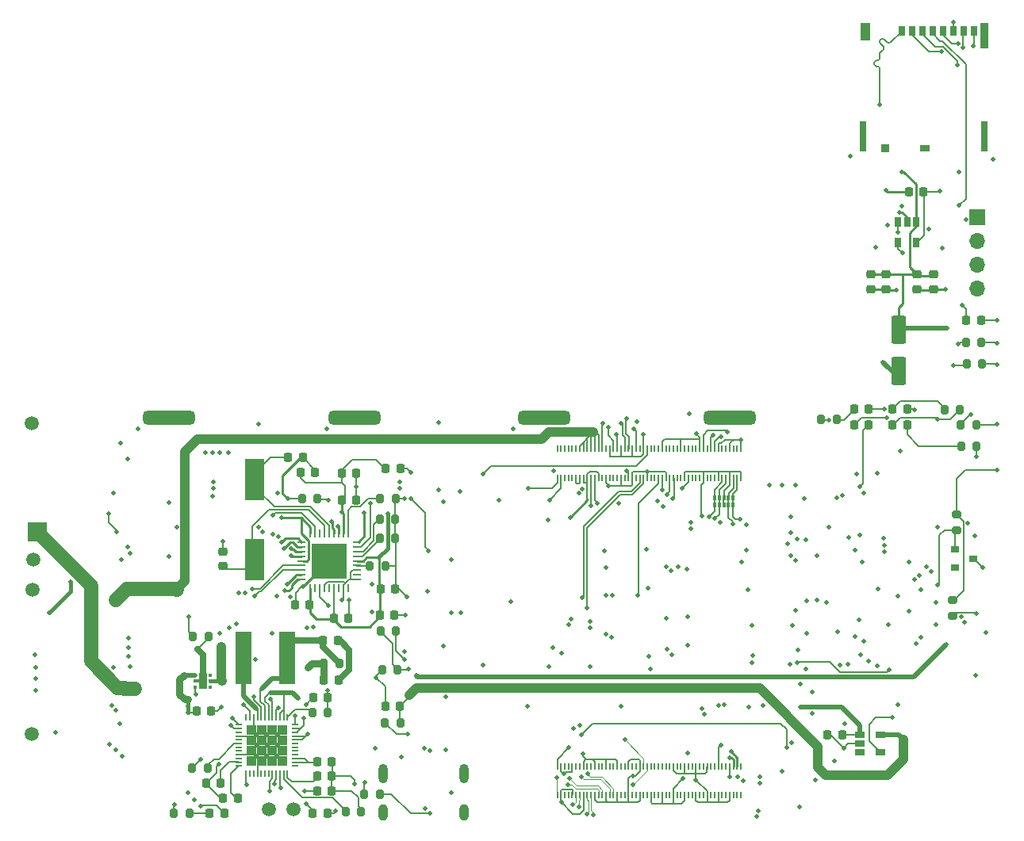
<source format=gbr>
%TF.GenerationSoftware,KiCad,Pcbnew,(6.0.1-0)*%
%TF.CreationDate,2022-04-09T17:35:34-06:00*%
%TF.ProjectId,HAT_CM4_183,4841545f-434d-4345-9f31-38332e6b6963,1.8.3*%
%TF.SameCoordinates,Original*%
%TF.FileFunction,Copper,L1,Top*%
%TF.FilePolarity,Positive*%
%FSLAX46Y46*%
G04 Gerber Fmt 4.6, Leading zero omitted, Abs format (unit mm)*
G04 Created by KiCad (PCBNEW (6.0.1-0)) date 2022-04-09 17:35:34*
%MOMM*%
%LPD*%
G01*
G04 APERTURE LIST*
G04 Aperture macros list*
%AMRoundRect*
0 Rectangle with rounded corners*
0 $1 Rounding radius*
0 $2 $3 $4 $5 $6 $7 $8 $9 X,Y pos of 4 corners*
0 Add a 4 corners polygon primitive as box body*
4,1,4,$2,$3,$4,$5,$6,$7,$8,$9,$2,$3,0*
0 Add four circle primitives for the rounded corners*
1,1,$1+$1,$2,$3*
1,1,$1+$1,$4,$5*
1,1,$1+$1,$6,$7*
1,1,$1+$1,$8,$9*
0 Add four rect primitives between the rounded corners*
20,1,$1+$1,$2,$3,$4,$5,0*
20,1,$1+$1,$4,$5,$6,$7,0*
20,1,$1+$1,$6,$7,$8,$9,0*
20,1,$1+$1,$8,$9,$2,$3,0*%
%AMFreePoly0*
4,1,9,0.400000,-0.835000,-0.400000,-0.835000,-0.400000,-0.185000,-1.050000,-0.185000,-1.050000,0.185000,-0.400000,0.185000,-0.400000,0.835000,0.400000,0.835000,0.400000,-0.835000,0.400000,-0.835000,$1*%
G04 Aperture macros list end*
%TA.AperFunction,SMDPad,CuDef*%
%ADD10RoundRect,0.200000X-0.200000X-0.275000X0.200000X-0.275000X0.200000X0.275000X-0.200000X0.275000X0*%
%TD*%
%TA.AperFunction,SMDPad,CuDef*%
%ADD11RoundRect,0.225000X-0.225000X-0.250000X0.225000X-0.250000X0.225000X0.250000X-0.225000X0.250000X0*%
%TD*%
%TA.AperFunction,ComponentPad*%
%ADD12C,1.500000*%
%TD*%
%TA.AperFunction,SMDPad,CuDef*%
%ADD13RoundRect,0.200000X0.275000X-0.200000X0.275000X0.200000X-0.275000X0.200000X-0.275000X-0.200000X0*%
%TD*%
%TA.AperFunction,SMDPad,CuDef*%
%ADD14RoundRect,0.225000X0.225000X0.250000X-0.225000X0.250000X-0.225000X-0.250000X0.225000X-0.250000X0*%
%TD*%
%TA.AperFunction,SMDPad,CuDef*%
%ADD15RoundRect,0.225000X-0.250000X0.225000X-0.250000X-0.225000X0.250000X-0.225000X0.250000X0.225000X0*%
%TD*%
%TA.AperFunction,SMDPad,CuDef*%
%ADD16RoundRect,0.200000X0.200000X0.275000X-0.200000X0.275000X-0.200000X-0.275000X0.200000X-0.275000X0*%
%TD*%
%TA.AperFunction,SMDPad,CuDef*%
%ADD17R,0.450000X0.370000*%
%TD*%
%TA.AperFunction,SMDPad,CuDef*%
%ADD18FreePoly0,0.000000*%
%TD*%
%TA.AperFunction,SMDPad,CuDef*%
%ADD19RoundRect,0.062500X-0.350000X-0.062500X0.350000X-0.062500X0.350000X0.062500X-0.350000X0.062500X0*%
%TD*%
%TA.AperFunction,SMDPad,CuDef*%
%ADD20RoundRect,0.062500X-0.062500X-0.350000X0.062500X-0.350000X0.062500X0.350000X-0.062500X0.350000X0*%
%TD*%
%TA.AperFunction,SMDPad,CuDef*%
%ADD21R,3.700000X3.700000*%
%TD*%
%TA.AperFunction,ComponentPad*%
%ADD22RoundRect,0.500000X-2.300000X-0.250000X2.300000X-0.250000X2.300000X0.250000X-2.300000X0.250000X0*%
%TD*%
%TA.AperFunction,SMDPad,CuDef*%
%ADD23R,0.700000X1.100000*%
%TD*%
%TA.AperFunction,SMDPad,CuDef*%
%ADD24R,0.900000X0.930000*%
%TD*%
%TA.AperFunction,SMDPad,CuDef*%
%ADD25R,1.050000X0.780000*%
%TD*%
%TA.AperFunction,SMDPad,CuDef*%
%ADD26R,0.700000X3.330000*%
%TD*%
%TA.AperFunction,SMDPad,CuDef*%
%ADD27R,1.140000X1.830000*%
%TD*%
%TA.AperFunction,SMDPad,CuDef*%
%ADD28R,0.860000X2.800000*%
%TD*%
%TA.AperFunction,SMDPad,CuDef*%
%ADD29RoundRect,0.218750X0.218750X0.256250X-0.218750X0.256250X-0.218750X-0.256250X0.218750X-0.256250X0*%
%TD*%
%TA.AperFunction,SMDPad,CuDef*%
%ADD30R,1.800000X5.700000*%
%TD*%
%TA.AperFunction,SMDPad,CuDef*%
%ADD31R,0.900000X0.800000*%
%TD*%
%TA.AperFunction,SMDPad,CuDef*%
%ADD32R,0.650000X1.060000*%
%TD*%
%TA.AperFunction,ComponentPad*%
%ADD33R,2.000000X2.000000*%
%TD*%
%TA.AperFunction,SMDPad,CuDef*%
%ADD34R,0.800000X0.200000*%
%TD*%
%TA.AperFunction,SMDPad,CuDef*%
%ADD35R,0.200000X0.800000*%
%TD*%
%TA.AperFunction,SMDPad,CuDef*%
%ADD36R,1.112500X1.112500*%
%TD*%
%TA.AperFunction,ComponentPad*%
%ADD37C,0.508000*%
%TD*%
%TA.AperFunction,SMDPad,CuDef*%
%ADD38RoundRect,0.250000X-0.550000X1.250000X-0.550000X-1.250000X0.550000X-1.250000X0.550000X1.250000X0*%
%TD*%
%TA.AperFunction,SMDPad,CuDef*%
%ADD39R,1.060000X0.650000*%
%TD*%
%TA.AperFunction,SMDPad,CuDef*%
%ADD40R,0.300000X0.550000*%
%TD*%
%TA.AperFunction,SMDPad,CuDef*%
%ADD41R,2.000000X4.500000*%
%TD*%
%TA.AperFunction,ComponentPad*%
%ADD42R,1.700000X1.700000*%
%TD*%
%TA.AperFunction,ComponentPad*%
%ADD43O,1.700000X1.700000*%
%TD*%
%TA.AperFunction,SMDPad,CuDef*%
%ADD44RoundRect,0.225000X0.250000X-0.225000X0.250000X0.225000X-0.250000X0.225000X-0.250000X-0.225000X0*%
%TD*%
%TA.AperFunction,SMDPad,CuDef*%
%ADD45R,0.200000X0.700000*%
%TD*%
%TA.AperFunction,ComponentPad*%
%ADD46O,1.000000X1.800000*%
%TD*%
%TA.AperFunction,ComponentPad*%
%ADD47O,1.000000X2.100000*%
%TD*%
%TA.AperFunction,ViaPad*%
%ADD48C,0.500000*%
%TD*%
%TA.AperFunction,Conductor*%
%ADD49C,0.195580*%
%TD*%
%TA.AperFunction,Conductor*%
%ADD50C,0.241300*%
%TD*%
%TA.AperFunction,Conductor*%
%ADD51C,0.177800*%
%TD*%
%TA.AperFunction,Conductor*%
%ADD52C,0.508000*%
%TD*%
%TA.AperFunction,Conductor*%
%ADD53C,0.762000*%
%TD*%
%TA.AperFunction,Conductor*%
%ADD54C,1.524000*%
%TD*%
%TA.AperFunction,Conductor*%
%ADD55C,0.635000*%
%TD*%
%TA.AperFunction,Conductor*%
%ADD56C,0.203200*%
%TD*%
%TA.AperFunction,Conductor*%
%ADD57C,0.381000*%
%TD*%
%TA.AperFunction,Conductor*%
%ADD58C,0.254000*%
%TD*%
%TA.AperFunction,Conductor*%
%ADD59C,1.016000*%
%TD*%
%TA.AperFunction,Conductor*%
%ADD60C,0.116840*%
%TD*%
%TA.AperFunction,Conductor*%
%ADD61C,0.142240*%
%TD*%
G04 APERTURE END LIST*
D10*
%TO.P,R32,1*%
%TO.N,Net-(R32-Pad1)*%
X131355000Y-188320000D03*
%TO.P,R32,2*%
%TO.N,PWR_GND*%
X133005000Y-188320000D03*
%TD*%
%TO.P,R34,1*%
%TO.N,/Charger/IPS_OUT*%
X185665000Y-157020000D03*
%TO.P,R34,2*%
%TO.N,Net-(LED5-Pad2)*%
X187315000Y-157020000D03*
%TD*%
D11*
%TO.P,C37,1*%
%TO.N,+3.3v*%
X138595000Y-177920000D03*
%TO.P,C37,2*%
%TO.N,GND*%
X140145000Y-177920000D03*
%TD*%
D12*
%TO.P,TP6,1,1*%
%TO.N,+5V*%
X101570000Y-172020000D03*
%TD*%
D10*
%TO.P,R51,1*%
%TO.N,Net-(R51-Pad1)*%
X138545000Y-169730000D03*
%TO.P,R51,2*%
%TO.N,GND*%
X140195000Y-169730000D03*
%TD*%
D13*
%TO.P,R38,1*%
%TO.N,/CM4_GPIO/GPIO_PB1*%
X200140000Y-168820000D03*
%TO.P,R38,2*%
%TO.N,+3.3v*%
X200140000Y-167170000D03*
%TD*%
D14*
%TO.P,C8,1*%
%TO.N,GND*%
X133435000Y-193610000D03*
%TO.P,C8,2*%
%TO.N,Net-(C8-Pad2)*%
X131885000Y-193610000D03*
%TD*%
D11*
%TO.P,C6,1*%
%TO.N,PWR_GND*%
X120025000Y-195880000D03*
%TO.P,C6,2*%
%TO.N,Net-(C6-Pad2)*%
X121575000Y-195880000D03*
%TD*%
D15*
%TO.P,C32,1*%
%TO.N,/USB Hub/VBUS*%
X197720000Y-141535000D03*
%TO.P,C32,2*%
%TO.N,GND*%
X197720000Y-143085000D03*
%TD*%
D11*
%TO.P,C28,1*%
%TO.N,+3.3v*%
X139205000Y-162220000D03*
%TO.P,C28,2*%
%TO.N,GND*%
X140755000Y-162220000D03*
%TD*%
D16*
%TO.P,R49,1*%
%TO.N,/CM4_GPIO/ETH_LEDY*%
X138565000Y-197020000D03*
%TO.P,R49,2*%
%TO.N,Net-(LED11-Pad2)*%
X136915000Y-197020000D03*
%TD*%
D14*
%TO.P,C22,1*%
%TO.N,/CM4_HighSpeed/HDMI_5v*%
X187925000Y-190700000D03*
%TO.P,C22,2*%
%TO.N,GND*%
X186375000Y-190700000D03*
%TD*%
D11*
%TO.P,C2,1*%
%TO.N,Net-(C2-Pad1)*%
X132515000Y-180620000D03*
%TO.P,C2,2*%
%TO.N,PWR_GND*%
X134065000Y-180620000D03*
%TD*%
%TO.P,C3,1*%
%TO.N,/Charger/IPS_OUT*%
X119035000Y-188170000D03*
%TO.P,C3,2*%
%TO.N,PWR_GND*%
X120585000Y-188170000D03*
%TD*%
D15*
%TO.P,C38,1*%
%TO.N,/USB Hub/VBUS*%
X192640000Y-141535000D03*
%TO.P,C38,2*%
%TO.N,GND*%
X192640000Y-143085000D03*
%TD*%
D17*
%TO.P,U7,1,Vin*%
%TO.N,/Charger/IPS_OUT*%
X118835000Y-184300000D03*
D18*
%TO.P,U7,2,GND*%
%TO.N,PWR_GND*%
X119660000Y-184950000D03*
D17*
%TO.P,U7,3,ENA*%
%TO.N,/Battery/5V_OVR*%
X118835000Y-185600000D03*
%TO.P,U7,4,/Flag*%
%TO.N,unconnected-(U7-Pad4)*%
X120485000Y-185600000D03*
%TO.P,U7,5,Vout*%
%TO.N,/Power/IPS_SW*%
X120485000Y-184950000D03*
%TO.P,U7,6,NC*%
%TO.N,unconnected-(U7-Pad6)*%
X120485000Y-184300000D03*
%TD*%
D10*
%TO.P,R54,1*%
%TO.N,GND*%
X130255000Y-165500000D03*
%TO.P,R54,2*%
%TO.N,Net-(R54-Pad2)*%
X131905000Y-165500000D03*
%TD*%
D13*
%TO.P,R39,1*%
%TO.N,/CM4_GPIO/GPIO_PB2*%
X199740000Y-177985000D03*
%TO.P,R39,2*%
%TO.N,+3.3v*%
X199740000Y-176335000D03*
%TD*%
D19*
%TO.P,U13,1,USBDM_DN1/PRT_DIS_M1*%
%TO.N,/USB Hub/HD1_N*%
X130222500Y-170110000D03*
%TO.P,U13,2,USBDP_DN1/PRT_DIS_P1*%
%TO.N,/USB Hub/HD1_P*%
X130222500Y-170610000D03*
%TO.P,U13,3,USBDM_DN2/PRT_DIS_M2*%
%TO.N,/USB Hub/HD2_N*%
X130222500Y-171110000D03*
%TO.P,U13,4,USBDP_DN2/PRT_DIS_P2*%
%TO.N,/USB Hub/HD2_P*%
X130222500Y-171610000D03*
%TO.P,U13,5,VDDA33*%
%TO.N,+3.3v*%
X130222500Y-172110000D03*
%TO.P,U13,6,USBDM_DN3/PRT_DIS_M3*%
%TO.N,/USB Hub/HD3_N*%
X130222500Y-172610000D03*
%TO.P,U13,7,USBDP_DN3/PRT_DIS_P3*%
%TO.N,/USB Hub/HD3_P*%
X130222500Y-173110000D03*
%TO.P,U13,8,USBDM_DN4/PRT_DIS_M4*%
%TO.N,/USB Hub/HD4_N*%
X130222500Y-173610000D03*
%TO.P,U13,9,USBDP_DN4/PRT_DIS_P4*%
%TO.N,/USB Hub/HD4_P*%
X130222500Y-174110000D03*
D20*
%TO.P,U13,10,VDDA33*%
%TO.N,+3.3v*%
X131160000Y-175047500D03*
%TO.P,U13,11,TEST*%
%TO.N,unconnected-(U13-Pad11)*%
X131660000Y-175047500D03*
%TO.P,U13,12,PRTPWR1/BC_EN1*%
%TO.N,/USB Hub/PWR1*%
X132160000Y-175047500D03*
%TO.P,U13,13,OCS_N1*%
%TO.N,/USB Hub/nOCS1*%
X132660000Y-175047500D03*
%TO.P,U13,14,CRFILT*%
%TO.N,unconnected-(U13-Pad14)*%
X133160000Y-175047500D03*
%TO.P,U13,15,VDD33*%
%TO.N,+3.3v*%
X133660000Y-175047500D03*
%TO.P,U13,16,PRTPWR2/BC_EN2*%
%TO.N,unconnected-(U13-Pad16)*%
X134160000Y-175047500D03*
%TO.P,U13,17,OCS_N2*%
%TO.N,/USB Hub/nOCS1*%
X134660000Y-175047500D03*
%TO.P,U13,18,PRTPWR3/BC_EN3*%
%TO.N,unconnected-(U13-Pad18)*%
X135160000Y-175047500D03*
D19*
%TO.P,U13,19,OCS_N3*%
%TO.N,/USB Hub/nOCS1*%
X136097500Y-174110000D03*
%TO.P,U13,20,PRTPWR4/BC_EN4*%
%TO.N,unconnected-(U13-Pad20)*%
X136097500Y-173610000D03*
%TO.P,U13,21,OCS_N4*%
%TO.N,/USB Hub/nOCS1*%
X136097500Y-173110000D03*
%TO.P,U13,22,SDA/SMBDATA/NON_REM1*%
%TO.N,Net-(R52-Pad1)*%
X136097500Y-172610000D03*
%TO.P,U13,23,VDD33*%
%TO.N,+3.3v*%
X136097500Y-172110000D03*
%TO.P,U13,24,SCL/SMBCLK/CFG_SEL0*%
%TO.N,Net-(R51-Pad1)*%
X136097500Y-171610000D03*
%TO.P,U13,25,HS_IND/CFG_SEL1*%
%TO.N,Net-(R55-Pad1)*%
X136097500Y-171110000D03*
%TO.P,U13,26,RESET_N*%
%TO.N,/USB Hub/nEXTRST*%
X136097500Y-170610000D03*
%TO.P,U13,27,VBUS_DET*%
%TO.N,+3.3v*%
X136097500Y-170110000D03*
D20*
%TO.P,U13,28,SUSP_IND/LOCAL_PWR/NON_REM0*%
%TO.N,Net-(R53-Pad1)*%
X135160000Y-169172500D03*
%TO.P,U13,29,VDDA33*%
%TO.N,+3.3v*%
X134660000Y-169172500D03*
%TO.P,U13,30,USBDM_UP*%
%TO.N,/CM4_HighSpeed/USB2_P*%
X134160000Y-169172500D03*
%TO.P,U13,31,USBDP_UP*%
%TO.N,/CM4_HighSpeed/USB2_N*%
X133660000Y-169172500D03*
%TO.P,U13,32,XTALOUT*%
%TO.N,Net-(C24-Pad1)*%
X133160000Y-169172500D03*
%TO.P,U13,33,XTALIN/CLKIN*%
%TO.N,Net-(C23-Pad1)*%
X132660000Y-169172500D03*
%TO.P,U13,34,PLLFILT*%
%TO.N,unconnected-(U13-Pad34)*%
X132160000Y-169172500D03*
%TO.P,U13,35,RBIAS*%
%TO.N,Net-(R54-Pad2)*%
X131660000Y-169172500D03*
%TO.P,U13,36,VDDA33*%
%TO.N,+3.3v*%
X131160000Y-169172500D03*
D21*
%TO.P,U13,37,VSS*%
%TO.N,GND*%
X133160000Y-172110000D03*
%TD*%
D22*
%TO.P,BTM4,1,Pin_1*%
%TO.N,/Batteries/BT4-*%
X175960000Y-156810000D03*
%TD*%
D14*
%TO.P,C7,1*%
%TO.N,PWR_GND*%
X132995000Y-186730000D03*
%TO.P,C7,2*%
%TO.N,Net-(C7-Pad2)*%
X131445000Y-186730000D03*
%TD*%
D11*
%TO.P,C33,1*%
%TO.N,+3.3v*%
X133665000Y-178220000D03*
%TO.P,C33,2*%
%TO.N,GND*%
X135215000Y-178220000D03*
%TD*%
D23*
%TO.P,J1,1,DAT2*%
%TO.N,/CM4_GPIO/SD_DAT2*%
X194280000Y-115537500D03*
%TO.P,J1,2,DAT3/CD*%
%TO.N,/CM4_GPIO/SD_DAT3*%
X195380000Y-115537500D03*
%TO.P,J1,3,CMD*%
%TO.N,/CM4_GPIO/SD_CMD*%
X196480000Y-115537500D03*
%TO.P,J1,4,VDD*%
%TO.N,/CM4_GPIO/SD_PWR*%
X197580000Y-115537500D03*
%TO.P,J1,5,CLK*%
%TO.N,/CM4_GPIO/SD_CLK*%
X198680000Y-115537500D03*
%TO.P,J1,6,VSS*%
%TO.N,GND*%
X199780000Y-115537500D03*
%TO.P,J1,7,DAT0*%
%TO.N,/CM4_GPIO/SD_DAT0*%
X200880000Y-115537500D03*
%TO.P,J1,8,DAT1*%
%TO.N,/CM4_GPIO/SD_DAT1*%
X201980000Y-115537500D03*
D24*
%TO.P,J1,9,SHIELD*%
%TO.N,unconnected-(J1-Pad9)*%
X192490000Y-128002500D03*
D25*
%TO.P,J1,10*%
%TO.N,N/C*%
X196755000Y-128077500D03*
D26*
%TO.P,J1,11*%
X203140000Y-126802500D03*
D27*
X190400000Y-115552500D03*
D28*
X203060000Y-116037500D03*
D26*
X190180000Y-126802500D03*
%TD*%
D29*
%TO.P,LED11,1,K*%
%TO.N,GND*%
X132977500Y-199050000D03*
%TO.P,LED11,2,A*%
%TO.N,Net-(LED11-Pad2)*%
X131402500Y-199050000D03*
%TD*%
D22*
%TO.P,BTM1,1,Pin_1*%
%TO.N,/Batteries/BT1-*%
X116020000Y-156810000D03*
%TD*%
D10*
%TO.P,R44,1*%
%TO.N,/Battery/5V_OVR*%
X118635000Y-180170000D03*
%TO.P,R44,2*%
%TO.N,PWR_GND*%
X120285000Y-180170000D03*
%TD*%
D30*
%TO.P,L1,1,1*%
%TO.N,Net-(C2-Pad1)*%
X128710000Y-182450000D03*
%TO.P,L1,2,2*%
%TO.N,Net-(L1-Pad2)*%
X124010000Y-182450000D03*
%TD*%
D22*
%TO.P,BTM2,1,Pin_1*%
%TO.N,/Batteries/BT2-*%
X135890000Y-156810000D03*
%TD*%
D12*
%TO.P,TP5,1,1*%
%TO.N,/Power/IPS_SW*%
X101380000Y-190590000D03*
%TD*%
D29*
%TO.P,LED8,1,K*%
%TO.N,PWR_GND*%
X194858500Y-155905000D03*
%TO.P,LED8,2,A*%
%TO.N,Net-(LED8-Pad2)*%
X193283500Y-155905000D03*
%TD*%
%TO.P,LED10,1,K*%
%TO.N,GND*%
X121967500Y-199070000D03*
%TO.P,LED10,2,A*%
%TO.N,Net-(LED10-Pad2)*%
X120392500Y-199070000D03*
%TD*%
D16*
%TO.P,R31,1*%
%TO.N,Net-(R31-Pad1)*%
X120195000Y-194220000D03*
%TO.P,R31,2*%
%TO.N,/Charger/IPS_OUT*%
X118545000Y-194220000D03*
%TD*%
D12*
%TO.P,TP2,1,1*%
%TO.N,PWR_GND*%
X101540000Y-175190000D03*
%TD*%
D11*
%TO.P,C5,1*%
%TO.N,PWR_GND*%
X121845000Y-197470000D03*
%TO.P,C5,2*%
%TO.N,Net-(C5-Pad2)*%
X123395000Y-197470000D03*
%TD*%
D29*
%TO.P,LED5,1,K*%
%TO.N,Net-(LED5-Pad1)*%
X190762500Y-155905000D03*
%TO.P,LED5,2,A*%
%TO.N,Net-(LED5-Pad2)*%
X189187500Y-155905000D03*
%TD*%
D10*
%TO.P,R48,1*%
%TO.N,/CM4_GPIO/ETH_LEDG*%
X116595000Y-199070000D03*
%TO.P,R48,2*%
%TO.N,Net-(LED10-Pad2)*%
X118245000Y-199070000D03*
%TD*%
%TO.P,R35,1*%
%TO.N,/Battery/I2C_SDA*%
X201125000Y-148790000D03*
%TO.P,R35,2*%
%TO.N,+3.3v*%
X202775000Y-148790000D03*
%TD*%
D11*
%TO.P,C27,1*%
%TO.N,+3.3v*%
X130095000Y-162700000D03*
%TO.P,C27,2*%
%TO.N,GND*%
X131645000Y-162700000D03*
%TD*%
D16*
%TO.P,R37,1*%
%TO.N,/CM4_GPIO/PI_nLED_Activity*%
X202285000Y-159850000D03*
%TO.P,R37,2*%
%TO.N,Net-(LED6-Pad1)*%
X200635000Y-159850000D03*
%TD*%
D10*
%TO.P,R55,1*%
%TO.N,Net-(R55-Pad1)*%
X138545000Y-167630000D03*
%TO.P,R55,2*%
%TO.N,GND*%
X140195000Y-167630000D03*
%TD*%
D12*
%TO.P,TP3,1,1*%
%TO.N,/Battery/BATT+*%
X101410000Y-157440000D03*
%TD*%
D31*
%TO.P,D3,*%
%TO.N,*%
X199940000Y-172810000D03*
%TO.P,D3,1,K*%
%TO.N,/Battery/PB_IN*%
X201940000Y-171860000D03*
%TO.P,D3,2,A*%
%TO.N,/CM4_GPIO/GPIO_PB1*%
X199940000Y-170910000D03*
%TD*%
D32*
%TO.P,U12,1,VOUT*%
%TO.N,/USB Hub/VBUS*%
X195810000Y-135880000D03*
%TO.P,U12,2,GND*%
%TO.N,GND*%
X194860000Y-135880000D03*
%TO.P,U12,3,/FLG*%
%TO.N,/USB Hub/nOCS1*%
X193910000Y-135880000D03*
%TO.P,U12,4,EN*%
%TO.N,/USB Hub/PWR1*%
X193910000Y-138080000D03*
%TO.P,U12,5,VIN*%
%TO.N,+5V*%
X195810000Y-138080000D03*
%TD*%
D33*
%TO.P,BTP1,1,Pin_1*%
%TO.N,/Battery/BATT+*%
X101980000Y-168990000D03*
%TD*%
D16*
%TO.P,R33,1*%
%TO.N,GND*%
X136555000Y-198870000D03*
%TO.P,R33,2*%
%TO.N,Net-(R33-Pad2)*%
X134905000Y-198870000D03*
%TD*%
D34*
%TO.P,U3,1,SDA*%
%TO.N,/Battery/I2C_SDA*%
X123510000Y-189620000D03*
%TO.P,U3,2,SCK*%
%TO.N,/Battery/I2C_SCL*%
X123510000Y-190020000D03*
%TO.P,U3,3,GPIO_3*%
%TO.N,unconnected-(U3-Pad3)*%
X123510000Y-190420000D03*
%TO.P,U3,4,N_OE*%
%TO.N,PWR_GND*%
X123510000Y-190820000D03*
%TO.P,U3,5,GPIO_2*%
%TO.N,unconnected-(U3-Pad5)*%
X123510000Y-191220000D03*
%TO.P,U3,6,N_VBus_En*%
%TO.N,Net-(R31-Pad1)*%
X123510000Y-191620000D03*
%TO.P,U3,7,Vin_2*%
%TO.N,unconnected-(U3-Pad7)*%
X123510000Y-192020000D03*
%TO.P,U3,8,LX2*%
%TO.N,unconnected-(U3-Pad8)*%
X123510000Y-192420000D03*
%TO.P,U3,9,PGnd_2*%
%TO.N,PWR_GND*%
X123510000Y-192820000D03*
%TO.P,U3,10,DCDC_2*%
%TO.N,unconnected-(U3-Pad10)*%
X123510000Y-193220000D03*
%TO.P,U3,11,LDO_4*%
%TO.N,Net-(C6-Pad2)*%
X123510000Y-193620000D03*
%TO.P,U3,12,LDO_2*%
%TO.N,Net-(C5-Pad2)*%
X123510000Y-194020000D03*
D35*
%TO.P,U3,13,LDO_24_In*%
%TO.N,/Charger/IPS_OUT*%
X124310000Y-194820000D03*
%TO.P,U3,14,Vin_3*%
%TO.N,unconnected-(U3-Pad14)*%
X124710000Y-194820000D03*
%TO.P,U3,15,LX3*%
%TO.N,unconnected-(U3-Pad15)*%
X125110000Y-194820000D03*
%TO.P,U3,16,PGnd_3*%
%TO.N,PWR_GND*%
X125510000Y-194820000D03*
%TO.P,U3,17,DCDC_3*%
%TO.N,unconnected-(U3-Pad17)*%
X125910000Y-194820000D03*
%TO.P,U3,18,GPIO_1*%
%TO.N,unconnected-(U3-Pad18)*%
X126310000Y-194820000D03*
%TO.P,U3,19,GPIO_0/LDO*%
%TO.N,unconnected-(U3-Pad19)*%
X126710000Y-194820000D03*
%TO.P,U3,20,EXTEN*%
%TO.N,/Battery/AXP_EXTEN*%
X127110000Y-194820000D03*
%TO.P,U3,21,APS*%
%TO.N,/Charger/IPS_OUT*%
X127510000Y-194820000D03*
%TO.P,U3,22,A_Gnd*%
%TO.N,GND*%
X127910000Y-194820000D03*
%TO.P,U3,23,Bias*%
%TO.N,Net-(R33-Pad2)*%
X128310000Y-194820000D03*
%TO.P,U3,24,V_Ref*%
%TO.N,Net-(C9-Pad2)*%
X128710000Y-194820000D03*
D34*
%TO.P,U3,25,PwrOK*%
%TO.N,unconnected-(U3-Pad25)*%
X129510000Y-194020000D03*
%TO.P,U3,26,V_Internal*%
%TO.N,Net-(C8-Pad2)*%
X129510000Y-193620000D03*
%TO.P,U3,27,LDO_1_Set*%
X129510000Y-193220000D03*
%TO.P,U3,28,LDO_1*%
%TO.N,unconnected-(U3-Pad28)*%
X129510000Y-192820000D03*
%TO.P,U3,29,DC3_Set*%
%TO.N,unconnected-(U3-Pad29)*%
X129510000Y-192420000D03*
%TO.P,U3,30,BackupBatt*%
%TO.N,unconnected-(U3-Pad30)*%
X129510000Y-192020000D03*
%TO.P,U3,31,VBUS*%
%TO.N,unconnected-(U3-Pad31)*%
X129510000Y-191620000D03*
%TO.P,U3,32,AC_IN*%
%TO.N,/AC_IN*%
X129510000Y-191220000D03*
%TO.P,U3,33,AC_IN*%
X129510000Y-190820000D03*
%TO.P,U3,34,IPS_Out*%
%TO.N,/Charger/IPS_OUT*%
X129510000Y-190420000D03*
%TO.P,U3,35,IPS_Out*%
X129510000Y-190020000D03*
%TO.P,U3,36,ChgLED*%
%TO.N,Net-(LED5-Pad1)*%
X129510000Y-189620000D03*
D35*
%TO.P,U3,37,TS*%
%TO.N,Net-(R32-Pad1)*%
X128710000Y-188820000D03*
%TO.P,U3,38,Batt*%
%TO.N,/Battery/BATT+*%
X128310000Y-188820000D03*
%TO.P,U3,39,Batt*%
X127910000Y-188820000D03*
%TO.P,U3,40,LDO_3_In*%
%TO.N,/Charger/IPS_OUT*%
X127510000Y-188820000D03*
%TO.P,U3,41,LDO_3*%
%TO.N,Net-(C7-Pad2)*%
X127110000Y-188820000D03*
%TO.P,U3,42,BatSense*%
%TO.N,/Battery/BATT+*%
X126710000Y-188820000D03*
%TO.P,U3,43,ChgSense*%
%TO.N,Net-(C2-Pad1)*%
X126310000Y-188820000D03*
%TO.P,U3,44,Vin_1*%
%TO.N,/Charger/IPS_OUT*%
X125910000Y-188820000D03*
%TO.P,U3,45,LX1*%
%TO.N,Net-(L1-Pad2)*%
X125510000Y-188820000D03*
%TO.P,U3,46,PGnd_1*%
%TO.N,PWR_GND*%
X125110000Y-188820000D03*
%TO.P,U3,47,PwrON*%
%TO.N,/Battery/PB_IN*%
X124710000Y-188820000D03*
%TO.P,U3,48,IRQ/WakeUp*%
%TO.N,unconnected-(U3-Pad48)*%
X124310000Y-188820000D03*
D36*
%TO.P,U3,49,GND_PAD*%
%TO.N,PWR_GND*%
X124841250Y-192376250D03*
X125953750Y-193488750D03*
X128178750Y-191263750D03*
X124841250Y-193488750D03*
D37*
X125385000Y-192945000D03*
X126535000Y-191820000D03*
D36*
X128178750Y-192376250D03*
X127066250Y-191263750D03*
D37*
X127610000Y-192945000D03*
D36*
X127066250Y-192376250D03*
D37*
X125410000Y-190720000D03*
D36*
X124841250Y-191263750D03*
D37*
X125435000Y-191820000D03*
D36*
X127066250Y-193488750D03*
X125953750Y-190151250D03*
D37*
X127635000Y-190720000D03*
X127685000Y-191820000D03*
D36*
X125953750Y-191263750D03*
D37*
X126510000Y-190720000D03*
D36*
X125953750Y-192376250D03*
X127066250Y-190151250D03*
X124841250Y-190151250D03*
X128178750Y-193488750D03*
X128178750Y-190151250D03*
D37*
X126510000Y-192970000D03*
%TD*%
D14*
%TO.P,C31,1*%
%TO.N,+3.3v*%
X131075000Y-176820000D03*
%TO.P,C31,2*%
%TO.N,GND*%
X129525000Y-176820000D03*
%TD*%
D22*
%TO.P,BTM3,1,Pin_1*%
%TO.N,/Batteries/BT3-*%
X156100000Y-156810000D03*
%TD*%
D14*
%TO.P,C9,1*%
%TO.N,GND*%
X133415000Y-195120000D03*
%TO.P,C9,2*%
%TO.N,Net-(C9-Pad2)*%
X131865000Y-195120000D03*
%TD*%
D11*
%TO.P,C29,1*%
%TO.N,+3.3v*%
X134515000Y-162720000D03*
%TO.P,C29,2*%
%TO.N,GND*%
X136065000Y-162720000D03*
%TD*%
D29*
%TO.P,LED6,1,K*%
%TO.N,Net-(LED6-Pad1)*%
X194857500Y-157560000D03*
%TO.P,LED6,2,A*%
%TO.N,+5V*%
X193282500Y-157560000D03*
%TD*%
D16*
%TO.P,R42,1*%
%TO.N,/Battery/PWR_IRQ*%
X140275000Y-179620000D03*
%TO.P,R42,2*%
%TO.N,/CM4_GPIO/GPIO_IRQ*%
X138625000Y-179620000D03*
%TD*%
D14*
%TO.P,C25,1*%
%TO.N,+5V*%
X196585000Y-132700000D03*
%TO.P,C25,2*%
%TO.N,GND*%
X195035000Y-132700000D03*
%TD*%
D12*
%TO.P,TP4,1,1*%
%TO.N,/Charger/IPS_OUT*%
X129340000Y-198630000D03*
%TD*%
D11*
%TO.P,C1,1*%
%TO.N,/Battery/BATT+*%
X132595000Y-184850000D03*
%TO.P,C1,2*%
%TO.N,PWR_GND*%
X134145000Y-184850000D03*
%TD*%
D14*
%TO.P,C10,1*%
%TO.N,+3.3v*%
X202725000Y-146450000D03*
%TO.P,C10,2*%
%TO.N,GND*%
X201175000Y-146450000D03*
%TD*%
D11*
%TO.P,C35,1*%
%TO.N,+3.3v*%
X138680000Y-175110000D03*
%TO.P,C35,2*%
%TO.N,GND*%
X140230000Y-175110000D03*
%TD*%
D15*
%TO.P,C36,1*%
%TO.N,/USB Hub/VBUS*%
X191020000Y-141535000D03*
%TO.P,C36,2*%
%TO.N,GND*%
X191020000Y-143085000D03*
%TD*%
%TO.P,C34,1*%
%TO.N,/USB Hub/VBUS*%
X195870000Y-141540000D03*
%TO.P,C34,2*%
%TO.N,GND*%
X195870000Y-143090000D03*
%TD*%
D38*
%TO.P,C30,1*%
%TO.N,/USB Hub/VBUS*%
X193980000Y-147390000D03*
%TO.P,C30,2*%
%TO.N,GND*%
X193980000Y-151790000D03*
%TD*%
D39*
%TO.P,U9,1,VOUT*%
%TO.N,/CM4_HighSpeed/HDMI_5v*%
X189800000Y-190680000D03*
%TO.P,U9,2,GND*%
%TO.N,GND*%
X189800000Y-191630000D03*
%TO.P,U9,3,/FLG*%
%TO.N,unconnected-(U9-Pad3)*%
X189800000Y-192580000D03*
%TO.P,U9,4,EN*%
%TO.N,Net-(R47-Pad1)*%
X192000000Y-192580000D03*
%TO.P,U9,5,VIN*%
%TO.N,+5V*%
X192000000Y-190680000D03*
%TD*%
D14*
%TO.P,C21,1*%
%TO.N,+5V*%
X140725000Y-187630000D03*
%TO.P,C21,2*%
%TO.N,GND*%
X139175000Y-187630000D03*
%TD*%
D10*
%TO.P,R43,1*%
%TO.N,GND*%
X138825000Y-183730000D03*
%TO.P,R43,2*%
%TO.N,/CM4_GPIO/GPIO_IRQ*%
X140475000Y-183730000D03*
%TD*%
%TO.P,R47,1*%
%TO.N,Net-(R47-Pad1)*%
X139125000Y-189380000D03*
%TO.P,R47,2*%
%TO.N,+5V*%
X140775000Y-189380000D03*
%TD*%
D11*
%TO.P,C26,1*%
%TO.N,+3.3v*%
X134515000Y-165590000D03*
%TO.P,C26,2*%
%TO.N,GND*%
X136065000Y-165590000D03*
%TD*%
D40*
%TO.P,U5,1,D1+*%
%TO.N,/CM4_GPIO/TRD1_P*%
X176290000Y-165365000D03*
%TO.P,U5,2,D1-*%
%TO.N,/CM4_GPIO/TRD1_N*%
X175790000Y-165365000D03*
%TO.P,U5,3,GND*%
%TO.N,GND*%
X175290000Y-165365000D03*
%TO.P,U5,4,D2+*%
%TO.N,/CM4_GPIO/TRD0_N*%
X174790000Y-165365000D03*
%TO.P,U5,5,D2-*%
%TO.N,/CM4_GPIO/TRD0_P*%
X174290000Y-165365000D03*
%TO.P,U5,6*%
X174290000Y-166135000D03*
%TO.P,U5,7*%
%TO.N,/CM4_GPIO/TRD0_N*%
X174790000Y-166135000D03*
%TO.P,U5,8,GND*%
%TO.N,GND*%
X175290000Y-166135000D03*
%TO.P,U5,9*%
%TO.N,/CM4_GPIO/TRD1_N*%
X175790000Y-166135000D03*
%TO.P,U5,10*%
%TO.N,/CM4_GPIO/TRD1_P*%
X176290000Y-166135000D03*
%TD*%
D41*
%TO.P,Y1,1,1*%
%TO.N,Net-(C23-Pad1)*%
X125240000Y-171950000D03*
%TO.P,Y1,2,2*%
%TO.N,Net-(C24-Pad1)*%
X125240000Y-163450000D03*
%TD*%
D42*
%TO.P,P1,1,Pin_1*%
%TO.N,GND*%
X202320000Y-135380000D03*
D43*
%TO.P,P1,2,Pin_2*%
%TO.N,+3.3v*%
X202320000Y-137920000D03*
%TO.P,P1,3,Pin_3*%
%TO.N,/Battery/I2C_SCL*%
X202320000Y-140460000D03*
%TO.P,P1,4,Pin_4*%
%TO.N,/Battery/I2C_SDA*%
X202320000Y-143000000D03*
%TD*%
D10*
%TO.P,R36,1*%
%TO.N,/Battery/I2C_SCL*%
X201225000Y-151100000D03*
%TO.P,R36,2*%
%TO.N,+3.3v*%
X202875000Y-151100000D03*
%TD*%
D44*
%TO.P,C23,1*%
%TO.N,Net-(C23-Pad1)*%
X121840000Y-172675000D03*
%TO.P,C23,2*%
%TO.N,GND*%
X121840000Y-171125000D03*
%TD*%
D29*
%TO.P,LED7,1,K*%
%TO.N,/CM4_GPIO/GPIO6*%
X190767500Y-157580000D03*
%TO.P,LED7,2,A*%
%TO.N,Net-(R40-Pad2)*%
X189192500Y-157580000D03*
%TD*%
D10*
%TO.P,R52,1*%
%TO.N,Net-(R52-Pad1)*%
X137515000Y-172640000D03*
%TO.P,R52,2*%
%TO.N,GND*%
X139165000Y-172640000D03*
%TD*%
D16*
%TO.P,R46,1*%
%TO.N,+5V*%
X200505000Y-155940000D03*
%TO.P,R46,2*%
%TO.N,Net-(LED8-Pad2)*%
X198855000Y-155940000D03*
%TD*%
D11*
%TO.P,C24,1*%
%TO.N,Net-(C24-Pad1)*%
X128785000Y-161100000D03*
%TO.P,C24,2*%
%TO.N,GND*%
X130335000Y-161100000D03*
%TD*%
D45*
%TO.P,Module1,1,GND*%
%TO.N,GND*%
X177112993Y-160160001D03*
%TO.P,Module1,2,GND*%
X177112993Y-163240001D03*
%TO.P,Module1,3,Ethernet_Pair3_P*%
%TO.N,/CM4_GPIO/TRD3_P*%
X176712993Y-160160001D03*
%TO.P,Module1,4,Ethernet_Pair1_P*%
%TO.N,/CM4_GPIO/TRD1_P*%
X176712993Y-163240001D03*
%TO.P,Module1,5,Ethernet_Pair3_N*%
%TO.N,/CM4_GPIO/TRD3_N*%
X176312993Y-160160001D03*
%TO.P,Module1,6,Ethernet_Pair1_N*%
%TO.N,/CM4_GPIO/TRD1_N*%
X176312993Y-163240001D03*
%TO.P,Module1,7,GND*%
%TO.N,GND*%
X175912993Y-160160001D03*
%TO.P,Module1,8,GND*%
X175912993Y-163240001D03*
%TO.P,Module1,9,Ethernet_Pair2_N*%
%TO.N,/CM4_GPIO/TRD2_N*%
X175512993Y-160160001D03*
%TO.P,Module1,10,Ethernet_Pair0_N*%
%TO.N,/CM4_GPIO/TRD0_N*%
X175512993Y-163240001D03*
%TO.P,Module1,11,Ethernet_Pair2_P*%
%TO.N,/CM4_GPIO/TRD2_P*%
X175112993Y-160160001D03*
%TO.P,Module1,12,Ethernet_Pair0_P*%
%TO.N,/CM4_GPIO/TRD0_P*%
X175112993Y-163240001D03*
%TO.P,Module1,13,GND*%
%TO.N,GND*%
X174712993Y-160160001D03*
%TO.P,Module1,14,GND*%
X174712993Y-163240001D03*
%TO.P,Module1,15,Ethernet_nLED3(3.3v)*%
%TO.N,/CM4_GPIO/ETH_LEDY*%
X174312993Y-160160001D03*
%TO.P,Module1,16,Ethernet_SYNC_IN(1.8v)*%
%TO.N,/CM4_GPIO/SYNC_IN*%
X174312993Y-163240001D03*
%TO.P,Module1,17,Ethernet_nLED2(3.3v)*%
%TO.N,/CM4_GPIO/ETH_LEDG*%
X173912993Y-160160001D03*
%TO.P,Module1,18,Ethernet_SYNC_OUT(1.8v)*%
%TO.N,/CM4_GPIO/SYNC_OUT*%
X173912993Y-163240001D03*
%TO.P,Module1,19,Ethernet_nLED1(3.3v)*%
%TO.N,unconnected-(Module1-Pad19)*%
X173512993Y-160160001D03*
%TO.P,Module1,20,EEPROM_nWP*%
%TO.N,/CM4_GPIO/EEPROM_nWP*%
X173512993Y-163240001D03*
%TO.P,Module1,21,PI_nLED_Activity*%
%TO.N,/CM4_GPIO/PI_nLED_Activity*%
X173112993Y-160160001D03*
%TO.P,Module1,22,GND*%
%TO.N,GND*%
X173112993Y-163240001D03*
%TO.P,Module1,23,GND*%
X172712993Y-160160001D03*
%TO.P,Module1,24,GPIO26*%
%TO.N,/CM4_GPIO/GPIO26*%
X172712993Y-163240001D03*
%TO.P,Module1,25,GPIO21*%
%TO.N,/CM4_GPIO/GPIO21*%
X172312993Y-160160001D03*
%TO.P,Module1,26,GPIO19*%
%TO.N,/CM4_GPIO/GPIO19*%
X172312993Y-163240001D03*
%TO.P,Module1,27,GPIO20*%
%TO.N,/CM4_GPIO/GPIO20*%
X171912993Y-160160001D03*
%TO.P,Module1,28,GPIO13*%
%TO.N,/CM4_GPIO/GPIO13*%
X171912993Y-163240001D03*
%TO.P,Module1,29,GPIO16*%
%TO.N,/CM4_GPIO/GPIO16*%
X171512993Y-160160001D03*
%TO.P,Module1,30,GPIO6*%
%TO.N,/CM4_GPIO/GPIO6*%
X171512993Y-163240001D03*
%TO.P,Module1,31,GPIO12*%
%TO.N,/CM4_GPIO/GPIO12*%
X171112993Y-160160001D03*
%TO.P,Module1,32,GND*%
%TO.N,GND*%
X171112993Y-163240001D03*
%TO.P,Module1,33,GND*%
X170712993Y-160160001D03*
%TO.P,Module1,34,GPIO5*%
%TO.N,/CM4_GPIO/GPIO5*%
X170712993Y-163240001D03*
%TO.P,Module1,35,ID_SC*%
%TO.N,/CM4_GPIO/ID_SC*%
X170312993Y-160160001D03*
%TO.P,Module1,36,ID_SD*%
%TO.N,/CM4_GPIO/ID_SD*%
X170312993Y-163240001D03*
%TO.P,Module1,37,GPIO7*%
%TO.N,/CM4_GPIO/GPIO7*%
X169912993Y-160160001D03*
%TO.P,Module1,38,GPIO11*%
%TO.N,/Battery/SCL*%
X169912993Y-163240001D03*
%TO.P,Module1,39,GPIO8*%
%TO.N,/CM4_GPIO/GPIO8*%
X169512993Y-160160001D03*
%TO.P,Module1,40,GPIO9*%
%TO.N,/Battery/MISO*%
X169512993Y-163240001D03*
%TO.P,Module1,41,GPIO25*%
%TO.N,/CM4_GPIO/GPIO25*%
X169112993Y-160160001D03*
%TO.P,Module1,42,GND*%
%TO.N,GND*%
X169112993Y-163240001D03*
%TO.P,Module1,43,GND*%
X168712993Y-160160001D03*
%TO.P,Module1,44,GPIO10*%
%TO.N,/Battery/MOSI*%
X168712993Y-163240001D03*
%TO.P,Module1,45,GPIO24*%
%TO.N,/CM4_GPIO/GPIO24*%
X168312993Y-160160001D03*
%TO.P,Module1,46,GPIO22*%
%TO.N,/Battery/{slash}RESET*%
X168312993Y-163240001D03*
%TO.P,Module1,47,GPIO23*%
%TO.N,/CM4_GPIO/GPIO23*%
X167912993Y-160160001D03*
%TO.P,Module1,48,GPIO27*%
%TO.N,/CM4_GPIO/GPIO27*%
X167912993Y-163240001D03*
%TO.P,Module1,49,GPIO18*%
%TO.N,/CM4_GPIO/GPIO18*%
X167512993Y-160160001D03*
%TO.P,Module1,50,GPIO17*%
%TO.N,/CM4_GPIO/GPIO17*%
X167512993Y-163240001D03*
%TO.P,Module1,51,GPIO15*%
%TO.N,/CM4_GPIO/GPIO_IRQ*%
X167112993Y-160160001D03*
%TO.P,Module1,52,GND*%
%TO.N,GND*%
X167112993Y-163240001D03*
%TO.P,Module1,53,GND*%
X166712993Y-160160001D03*
%TO.P,Module1,54,GPIO4*%
%TO.N,/CM4_GPIO/GPIO_PB2*%
X166712993Y-163240001D03*
%TO.P,Module1,55,GPIO14*%
%TO.N,/CM4_GPIO/GPIO14*%
X166312993Y-160160001D03*
%TO.P,Module1,56,GPIO3*%
%TO.N,/CM4_GPIO/GPIO_PB1*%
X166312993Y-163240001D03*
%TO.P,Module1,57,SD_CLK*%
%TO.N,/CM4_GPIO/SD_CLK*%
X165912993Y-160160001D03*
%TO.P,Module1,58,GPIO2*%
%TO.N,/CM4_GPIO/GPIO2*%
X165912993Y-163240001D03*
%TO.P,Module1,59,GND*%
%TO.N,GND*%
X165512993Y-160160001D03*
%TO.P,Module1,60,GND*%
X165512993Y-163240001D03*
%TO.P,Module1,61,SD_DAT3*%
%TO.N,/CM4_GPIO/SD_DAT3*%
X165112993Y-160160001D03*
%TO.P,Module1,62,SD_CMD*%
%TO.N,/CM4_GPIO/SD_CMD*%
X165112993Y-163240001D03*
%TO.P,Module1,63,SD_DAT0*%
%TO.N,/CM4_GPIO/SD_DAT0*%
X164712993Y-160160001D03*
%TO.P,Module1,64,SD_DAT5*%
%TO.N,unconnected-(Module1-Pad64)*%
X164712993Y-163240001D03*
%TO.P,Module1,65,GND*%
%TO.N,GND*%
X164312993Y-160160001D03*
%TO.P,Module1,66,GND*%
X164312993Y-163240001D03*
%TO.P,Module1,67,SD_DAT1*%
%TO.N,/CM4_GPIO/SD_DAT1*%
X163912993Y-160160001D03*
%TO.P,Module1,68,SD_DAT4*%
%TO.N,unconnected-(Module1-Pad68)*%
X163912993Y-163240001D03*
%TO.P,Module1,69,SD_DAT2*%
%TO.N,/CM4_GPIO/SD_DAT2*%
X163512993Y-160160001D03*
%TO.P,Module1,70,SD_DAT7*%
%TO.N,unconnected-(Module1-Pad70)*%
X163512993Y-163240001D03*
%TO.P,Module1,71,GND*%
%TO.N,GND*%
X163112993Y-160160001D03*
%TO.P,Module1,72,SD_DAT6*%
%TO.N,unconnected-(Module1-Pad72)*%
X163112993Y-163240001D03*
%TO.P,Module1,73,SD_VDD_Override*%
%TO.N,unconnected-(Module1-Pad73)*%
X162712993Y-160160001D03*
%TO.P,Module1,74,GND*%
%TO.N,GND*%
X162712993Y-163240001D03*
%TO.P,Module1,75,SD_PWR_ON*%
%TO.N,/CM4_GPIO/SD_PWR_ON*%
X162312993Y-160160001D03*
%TO.P,Module1,76,Reserved*%
%TO.N,/CM4_GPIO/Reserved*%
X162312993Y-163240001D03*
%TO.P,Module1,77,+5v_(Input)*%
%TO.N,+5V*%
X161912993Y-160160001D03*
%TO.P,Module1,78,GPIO_VREF(1.8v/3.3v_Input)*%
%TO.N,+3.3v*%
X161912993Y-163240001D03*
%TO.P,Module1,79,+5v_(Input)*%
%TO.N,+5V*%
X161512993Y-160160001D03*
%TO.P,Module1,80,SCL0*%
%TO.N,/Battery/I2C_SCL*%
X161512993Y-163240001D03*
%TO.P,Module1,81,+5v_(Input)*%
%TO.N,+5V*%
X161112993Y-160160001D03*
%TO.P,Module1,82,SDA0*%
%TO.N,/Battery/I2C_SDA*%
X161112993Y-163240001D03*
%TO.P,Module1,83,+5v_(Input)*%
%TO.N,+5V*%
X160712993Y-160160001D03*
%TO.P,Module1,84,+3.3v_(Output)*%
%TO.N,+3.3v*%
X160712993Y-163240001D03*
%TO.P,Module1,85,+5v_(Input)*%
%TO.N,+5V*%
X160312993Y-160160001D03*
%TO.P,Module1,86,+3.3v_(Output)*%
%TO.N,+3.3v*%
X160312993Y-163240001D03*
%TO.P,Module1,87,+5v_(Input)*%
%TO.N,+5V*%
X159912993Y-160160001D03*
%TO.P,Module1,88,+1.8v_(Output)*%
%TO.N,/CM4_GPIO/+1.8v*%
X159912993Y-163240001D03*
%TO.P,Module1,89,WiFi_nDisable*%
%TO.N,/CM4_GPIO/WL_nDis*%
X159512993Y-160160001D03*
%TO.P,Module1,90,+1.8v_(Output)*%
%TO.N,/CM4_GPIO/+1.8v*%
X159512993Y-163240001D03*
%TO.P,Module1,91,BT_nDisable*%
%TO.N,/CM4_GPIO/BT_nDis*%
X159112993Y-160160001D03*
%TO.P,Module1,92,RUN_PG*%
%TO.N,/CM4_GPIO/RUN_PG*%
X159112993Y-163240001D03*
%TO.P,Module1,93,nRPIBOOT*%
%TO.N,/CM4_GPIO/nRPIBOOT*%
X158712993Y-160160001D03*
%TO.P,Module1,94,AnalogIP1*%
%TO.N,/CM4_GPIO/AIN1*%
X158712993Y-163240001D03*
%TO.P,Module1,95,nPI_LED_PWR*%
%TO.N,/CM4_GPIO/nPWR_LED*%
X158312993Y-160160001D03*
%TO.P,Module1,96,AnalogIP0*%
%TO.N,/CM4_GPIO/AIN0*%
X158312993Y-163240001D03*
%TO.P,Module1,97,Camera_GPIO*%
%TO.N,/CM4_GPIO/Camera_GPIO*%
X157912993Y-160160001D03*
%TO.P,Module1,98,GND*%
%TO.N,GND*%
X157912993Y-163240001D03*
%TO.P,Module1,99,Global_EN*%
%TO.N,/CM4_GPIO/GLOBAL_EN*%
X157512993Y-160160001D03*
%TO.P,Module1,100,nEXTRST*%
%TO.N,/USB Hub/nEXTRST*%
X157512993Y-163240001D03*
%TO.P,Module1,101,USB_OTG_ID*%
%TO.N,unconnected-(Module1-Pad101)*%
X177112993Y-194080001D03*
%TO.P,Module1,102,PCIe_CLK_nREQ*%
%TO.N,/CM4_HighSpeed/PCIE_CLK_nREQ*%
X177112993Y-197160001D03*
%TO.P,Module1,103,USB2_N*%
%TO.N,/CM4_HighSpeed/USB2_N*%
X176712993Y-194080001D03*
%TO.P,Module1,104,Reserved*%
%TO.N,unconnected-(Module1-Pad104)*%
X176712993Y-197160001D03*
%TO.P,Module1,105,USB2_P*%
%TO.N,/CM4_HighSpeed/USB2_P*%
X176312993Y-194080001D03*
%TO.P,Module1,106,Reserved*%
%TO.N,unconnected-(Module1-Pad106)*%
X176312993Y-197160001D03*
%TO.P,Module1,107,GND*%
%TO.N,GND*%
X175912993Y-194080001D03*
%TO.P,Module1,108,GND*%
X175912993Y-197160001D03*
%TO.P,Module1,109,PCIe_nRST*%
%TO.N,/CM4_HighSpeed/PCIE_nRST*%
X175512993Y-194080001D03*
%TO.P,Module1,110,PCIe_CLK_P*%
%TO.N,/CM4_HighSpeed/PCIE_CLK_P*%
X175512993Y-197160001D03*
%TO.P,Module1,111,VDAC_COMP*%
%TO.N,/CM4_HighSpeed/TV_OUT*%
X175112993Y-194080001D03*
%TO.P,Module1,112,PCIe_CLK_N*%
%TO.N,/CM4_HighSpeed/PCIE_CLK_N*%
X175112993Y-197160001D03*
%TO.P,Module1,113,GND*%
%TO.N,GND*%
X174712993Y-194080001D03*
%TO.P,Module1,114,GND*%
X174712993Y-197160001D03*
%TO.P,Module1,115,CAM1_D0_N*%
%TO.N,/CM4_HighSpeed/CAM1_D0_N*%
X174312993Y-194080001D03*
%TO.P,Module1,116,PCIe_RX_P*%
%TO.N,/CM4_HighSpeed/PCIE_RX_P*%
X174312993Y-197160001D03*
%TO.P,Module1,117,CAM1_D0_P*%
%TO.N,/CM4_HighSpeed/CAM1_D0_P*%
X173912993Y-194080001D03*
%TO.P,Module1,118,PCIe_RX_N*%
%TO.N,/CM4_HighSpeed/PCIE_RX_N*%
X173912993Y-197160001D03*
%TO.P,Module1,119,GND*%
%TO.N,GND*%
X173512993Y-194080001D03*
%TO.P,Module1,120,GND*%
X173512993Y-197160001D03*
%TO.P,Module1,121,CAM1_D1_N*%
%TO.N,/CM4_HighSpeed/CAM1_D1_N*%
X173112993Y-194080001D03*
%TO.P,Module1,122,PCIe_TX_P*%
%TO.N,/CM4_HighSpeed/PCIE_TX_P*%
X173112993Y-197160001D03*
%TO.P,Module1,123,CAM1_D1_P*%
%TO.N,/CM4_HighSpeed/CAM1_D1_P*%
X172712993Y-194080001D03*
%TO.P,Module1,124,PCIe_TX_N*%
%TO.N,/CM4_HighSpeed/PCIE_TX_N*%
X172712993Y-197160001D03*
%TO.P,Module1,125,GND*%
%TO.N,GND*%
X172312993Y-194080001D03*
%TO.P,Module1,126,GND*%
X172312993Y-197160001D03*
%TO.P,Module1,127,CAM1_C_N*%
%TO.N,/CM4_HighSpeed/CAM1_C_N*%
X171912993Y-194080001D03*
%TO.P,Module1,128,CAM0_D0_N*%
%TO.N,/CM4_HighSpeed/CAM0_D0_N*%
X171912993Y-197160001D03*
%TO.P,Module1,129,CAM1_C_P*%
%TO.N,/CM4_HighSpeed/CAM1_C_P*%
X171512993Y-194080001D03*
%TO.P,Module1,130,CAM0_D0_P*%
%TO.N,/CM4_HighSpeed/CAM0_D0_P*%
X171512993Y-197160001D03*
%TO.P,Module1,131,GND*%
%TO.N,GND*%
X171112993Y-194080001D03*
%TO.P,Module1,132,GND*%
X171112993Y-197160001D03*
%TO.P,Module1,133,CAM1_D2_N*%
%TO.N,/CM4_HighSpeed/CAM1_D2_N*%
X170712993Y-194080001D03*
%TO.P,Module1,134,CAM0_D1_N*%
%TO.N,/CM4_HighSpeed/CAM0_D1_N*%
X170712993Y-197160001D03*
%TO.P,Module1,135,CAM1_D2_P*%
%TO.N,/CM4_HighSpeed/CAM1_D2_P*%
X170312993Y-194080001D03*
%TO.P,Module1,136,CAM0_D1_P*%
%TO.N,/CM4_HighSpeed/CAM0_D1_P*%
X170312993Y-197160001D03*
%TO.P,Module1,137,GND*%
%TO.N,GND*%
X169912993Y-194080001D03*
%TO.P,Module1,138,GND*%
X169912993Y-197160001D03*
%TO.P,Module1,139,CAM1_D3_N*%
%TO.N,/CM4_HighSpeed/CAM1_D3_N*%
X169512993Y-194080001D03*
%TO.P,Module1,140,CAM0_C_N*%
%TO.N,/CM4_HighSpeed/CAM0_C_N*%
X169512993Y-197160001D03*
%TO.P,Module1,141,CAM1_D3_P*%
%TO.N,/CM4_HighSpeed/CAM1_D3_P*%
X169112993Y-194080001D03*
%TO.P,Module1,142,CAM0_C_P*%
%TO.N,/CM4_HighSpeed/CAM0_C_P*%
X169112993Y-197160001D03*
%TO.P,Module1,143,HDMI1_HOTPLUG*%
%TO.N,/CM4_HighSpeed/HDMI1_HOTPLUG*%
X168712993Y-194080001D03*
%TO.P,Module1,144,GND*%
%TO.N,GND*%
X168712993Y-197160001D03*
%TO.P,Module1,145,HDMI1_SDA*%
%TO.N,/CM4_HighSpeed/HDMI1_SDA*%
X168312993Y-194080001D03*
%TO.P,Module1,146,HDMI1_TX2_P*%
%TO.N,/CM4_HighSpeed/HDMI1_D2_P*%
X168312993Y-197160001D03*
%TO.P,Module1,147,HDMI1_SCL*%
%TO.N,/CM4_HighSpeed/HDMI1_SCL*%
X167912993Y-194080001D03*
%TO.P,Module1,148,HDMI1_TX2_N*%
%TO.N,/CM4_HighSpeed/HDMI1_D2_N*%
X167912993Y-197160001D03*
%TO.P,Module1,149,HDMI1_CEC*%
%TO.N,/CM4_HighSpeed/HDMI1_CEC*%
X167512993Y-194080001D03*
%TO.P,Module1,150,GND*%
%TO.N,GND*%
X167512993Y-197160001D03*
%TO.P,Module1,151,HDMI0_CEC*%
%TO.N,/CM4_HighSpeed/HDMI0_CEC*%
X167112993Y-194080001D03*
%TO.P,Module1,152,HDMI1_TX1_P*%
%TO.N,/CM4_HighSpeed/HDMI1_D1_P*%
X167112993Y-197160001D03*
%TO.P,Module1,153,HDMI0_HOTPLUG*%
%TO.N,/CM4_HighSpeed/HDMI0_HOTPLUG*%
X166712993Y-194080001D03*
%TO.P,Module1,154,HDMI1_TX1_N*%
%TO.N,/CM4_HighSpeed/HDMI1_D1_N*%
X166712993Y-197160001D03*
%TO.P,Module1,155,GND*%
%TO.N,GND*%
X166312993Y-194080001D03*
%TO.P,Module1,156,GND*%
X166312993Y-197160001D03*
%TO.P,Module1,157,DSI0_D0_N*%
%TO.N,/CM4_HighSpeed/DSI0_D0_N*%
X165912993Y-194080001D03*
%TO.P,Module1,158,HDMI1_TX0_P*%
%TO.N,/CM4_HighSpeed/HDMI1_D0_P*%
X165912993Y-197160001D03*
%TO.P,Module1,159,DSI0_D0_P*%
%TO.N,/CM4_HighSpeed/DSI0_D0_P*%
X165512993Y-194080001D03*
%TO.P,Module1,160,HDMI1_TX0_N*%
%TO.N,/CM4_HighSpeed/HDMI1_D0_N*%
X165512993Y-197160001D03*
%TO.P,Module1,161,GND*%
%TO.N,GND*%
X165112993Y-194080001D03*
%TO.P,Module1,162,GND*%
X165112993Y-197160001D03*
%TO.P,Module1,163,DSI0_D1_N*%
%TO.N,/CM4_HighSpeed/DSI0_D1_N*%
X164712993Y-194080001D03*
%TO.P,Module1,164,HDMI1_CLK_P*%
%TO.N,/CM4_HighSpeed/HDMI1_CK_P*%
X164712993Y-197160001D03*
%TO.P,Module1,165,DSI0_D1_P*%
%TO.N,/CM4_HighSpeed/DSI0_D1_P*%
X164312993Y-194080001D03*
%TO.P,Module1,166,HDMI1_CLK_N*%
%TO.N,/CM4_HighSpeed/HDMI1_CK_N*%
X164312993Y-197160001D03*
%TO.P,Module1,167,GND*%
%TO.N,GND*%
X163912993Y-194080001D03*
%TO.P,Module1,168,GND*%
X163912993Y-197160001D03*
%TO.P,Module1,169,DSI0_C_N*%
%TO.N,/CM4_HighSpeed/DSI0_C_N*%
X163512993Y-194080001D03*
%TO.P,Module1,170,HDMI0_TX2_P*%
%TO.N,/CM4_HighSpeed/HDMI0_D2_P*%
X163512993Y-197160001D03*
%TO.P,Module1,171,DSI0_C_P*%
%TO.N,/CM4_HighSpeed/DSI0_C_P*%
X163112993Y-194080001D03*
%TO.P,Module1,172,HDMI0_TX2_N*%
%TO.N,/CM4_HighSpeed/HDMI0_D2_N*%
X163112993Y-197160001D03*
%TO.P,Module1,173,GND*%
%TO.N,GND*%
X162712993Y-194080001D03*
%TO.P,Module1,174,GND*%
X162712993Y-197160001D03*
%TO.P,Module1,175,DSI1_D0_N*%
%TO.N,/CM4_HighSpeed/DSI1_D0_N*%
X162312993Y-194080001D03*
%TO.P,Module1,176,HDMI0_TX1_P*%
%TO.N,/CM4_HighSpeed/HDMI0_D1_P*%
X162312993Y-197160001D03*
%TO.P,Module1,177,DSI1_D0_P*%
%TO.N,/CM4_HighSpeed/DSI1_D0_P*%
X161912993Y-194080001D03*
%TO.P,Module1,178,HDMI0_TX1_N*%
%TO.N,/CM4_HighSpeed/HDMI0_D1_N*%
X161912993Y-197160001D03*
%TO.P,Module1,179,GND*%
%TO.N,GND*%
X161512993Y-194080001D03*
%TO.P,Module1,180,GND*%
X161512993Y-197160001D03*
%TO.P,Module1,181,DSI1_D1_N*%
%TO.N,/CM4_HighSpeed/DSI1_D1_N*%
X161112993Y-194080001D03*
%TO.P,Module1,182,HDMI0_TX0_P*%
%TO.N,/CM4_HighSpeed/HDMI0_D0_P*%
X161112993Y-197160001D03*
%TO.P,Module1,183,DSI1_D1_P*%
%TO.N,/CM4_HighSpeed/DSI1_D1_P*%
X160712993Y-194080001D03*
%TO.P,Module1,184,HDMI0_TX0_N*%
%TO.N,/CM4_HighSpeed/HDMI0_D0_N*%
X160712993Y-197160001D03*
%TO.P,Module1,185,GND*%
%TO.N,GND*%
X160312993Y-194080001D03*
%TO.P,Module1,186,GND*%
X160312993Y-197160001D03*
%TO.P,Module1,187,DSI1_C_N*%
%TO.N,/CM4_HighSpeed/DSI1_C_N*%
X159912993Y-194080001D03*
%TO.P,Module1,188,HDMI0_CLK_P*%
%TO.N,/CM4_HighSpeed/HDMI0_CK_P*%
X159912993Y-197160001D03*
%TO.P,Module1,189,DSI1_C_P*%
%TO.N,/CM4_HighSpeed/DSI1_C_P*%
X159512993Y-194080001D03*
%TO.P,Module1,190,HDMI0_CLK_N*%
%TO.N,/CM4_HighSpeed/HDMI0_CK_N*%
X159512993Y-197160001D03*
%TO.P,Module1,191,GND*%
%TO.N,GND*%
X159112993Y-194080001D03*
%TO.P,Module1,192,GND*%
X159112993Y-197160001D03*
%TO.P,Module1,193,DSI1_D2_N*%
%TO.N,/CM4_HighSpeed/DSI1_D2_N*%
X158712993Y-194080001D03*
%TO.P,Module1,194,DSI1_D3_N*%
%TO.N,/CM4_HighSpeed/DSI1_D3_N*%
X158712993Y-197160001D03*
%TO.P,Module1,195,DSI1_D2_P*%
%TO.N,/CM4_HighSpeed/DSI1_D2_P*%
X158312993Y-194080001D03*
%TO.P,Module1,196,DSI1_D3_P*%
%TO.N,/CM4_HighSpeed/DSI1_D3_P*%
X158312993Y-197160001D03*
%TO.P,Module1,197,GND*%
%TO.N,GND*%
X157912993Y-194080001D03*
%TO.P,Module1,198,GND*%
X157912993Y-197160001D03*
%TO.P,Module1,199,HDMI0_SDA*%
%TO.N,/CM4_HighSpeed/HDMI0_SDA*%
X157512993Y-194080001D03*
%TO.P,Module1,200,HDMI0_SCL*%
%TO.N,/CM4_HighSpeed/HDMI0_SCL*%
X157512993Y-197160001D03*
%TD*%
D16*
%TO.P,R40,1*%
%TO.N,+3.3v*%
X202235000Y-157560000D03*
%TO.P,R40,2*%
%TO.N,Net-(R40-Pad2)*%
X200585000Y-157560000D03*
%TD*%
D10*
%TO.P,R53,1*%
%TO.N,Net-(R53-Pad1)*%
X138595000Y-165420000D03*
%TO.P,R53,2*%
%TO.N,GND*%
X140245000Y-165420000D03*
%TD*%
%TO.P,R30,1*%
%TO.N,/Battery/BATT+*%
X132575000Y-183100000D03*
%TO.P,R30,2*%
%TO.N,Net-(C2-Pad1)*%
X134225000Y-183100000D03*
%TD*%
D11*
%TO.P,C4,1*%
%TO.N,/Charger/IPS_OUT*%
X131875000Y-196670000D03*
%TO.P,C4,2*%
%TO.N,GND*%
X133425000Y-196670000D03*
%TD*%
D12*
%TO.P,TP1,1,1*%
%TO.N,/AC_IN*%
X126760000Y-198620000D03*
%TD*%
D46*
%TO.P,J5,1,Shell*%
%TO.N,GND*%
X138925098Y-198997500D03*
D47*
X147565098Y-194817500D03*
X138925098Y-194817500D03*
D46*
X147565098Y-198997500D03*
%TD*%
D48*
%TO.N,/USB Hub/HD2_N*%
X131485753Y-179184940D03*
%TO.N,/Battery/BATT+*%
X143770000Y-171036960D03*
X109650000Y-167040000D03*
X190251600Y-164890000D03*
X130900000Y-183520000D03*
X178280000Y-178990000D03*
X177890000Y-175220000D03*
X162560000Y-171031600D03*
X129850000Y-186780000D03*
X112430000Y-185740000D03*
X129390000Y-186298400D03*
X164099363Y-166009980D03*
X184086811Y-169850000D03*
X141900000Y-165470000D03*
X110440000Y-168990000D03*
X110905000Y-159545000D03*
X189830000Y-169330000D03*
X111350000Y-185740000D03*
X177680000Y-170970000D03*
X178380000Y-182190000D03*
X110590000Y-185690000D03*
%TO.N,/Batteries/BT1-*%
X178320000Y-182980000D03*
X177190000Y-172249850D03*
X116050000Y-171668490D03*
X116050000Y-165870000D03*
%TO.N,/Batteries/BT2-*%
X140710000Y-164340000D03*
X140730000Y-163700000D03*
%TO.N,/Batteries/BT3-*%
X160160000Y-164410000D03*
X157121753Y-162503989D03*
X159870000Y-164830000D03*
%TO.N,PWR_GND*%
X119990494Y-160570494D03*
X111055000Y-193005000D03*
X101856500Y-183480000D03*
X135300000Y-182190000D03*
X101856500Y-184720000D03*
X119520000Y-181980000D03*
X183173189Y-181630000D03*
X116870000Y-168490000D03*
X109740000Y-191690000D03*
X195830000Y-180990000D03*
X182980000Y-177440000D03*
X111760000Y-182320000D03*
X156490000Y-167789850D03*
X111890000Y-183400000D03*
X180130000Y-163980000D03*
X111740000Y-181420000D03*
X195668920Y-155940000D03*
X111740000Y-180350000D03*
X101856500Y-185990000D03*
X122379506Y-160570494D03*
X121430000Y-193790000D03*
X101770000Y-182140000D03*
X169250000Y-181510000D03*
X120719506Y-160570494D03*
X110780000Y-189490000D03*
X110160000Y-183470000D03*
X110375000Y-192325000D03*
X109925000Y-187535000D03*
X182448400Y-169130000D03*
X110430000Y-188040000D03*
X169143250Y-172766649D03*
X133020000Y-185910000D03*
X121519506Y-160570494D03*
X119110000Y-181550000D03*
X120820000Y-163670000D03*
X182980000Y-172090000D03*
X169160000Y-178261600D03*
X103950000Y-190460000D03*
X120820000Y-164340000D03*
X182448400Y-167430000D03*
X156650000Y-183390000D03*
X135300000Y-182970000D03*
X121650000Y-187710000D03*
%TO.N,/Charger/IPS_OUT*%
X186505500Y-157070000D03*
X127290000Y-195900000D03*
X124330000Y-196010000D03*
X119460000Y-193330000D03*
X125153500Y-186660000D03*
X118060000Y-188350000D03*
X130435417Y-188955417D03*
X118070000Y-186900000D03*
X127750078Y-187845076D03*
X184715944Y-186155944D03*
X130530000Y-196670000D03*
X118070000Y-187620000D03*
%TO.N,GND*%
X201110000Y-135700000D03*
X136065000Y-164205000D03*
X158196666Y-194871313D03*
X193690000Y-143170000D03*
X200744280Y-144780000D03*
X172970000Y-167342189D03*
X138190000Y-184558920D03*
X130370000Y-174900000D03*
X118075000Y-196905000D03*
X146162577Y-171942577D03*
X165630000Y-195060000D03*
X200380000Y-130540000D03*
X202070000Y-169410000D03*
X182510000Y-191520000D03*
X204030000Y-129230000D03*
X152550000Y-176510000D03*
X166710000Y-158630000D03*
X192590000Y-132500000D03*
X141320000Y-177910000D03*
X146230000Y-177680000D03*
X177980000Y-187750000D03*
X179470000Y-187600000D03*
X187070000Y-193450000D03*
X192240000Y-150860000D03*
X141450000Y-175980000D03*
X141230000Y-165450000D03*
X141231600Y-181790000D03*
X162996170Y-164070000D03*
X138080000Y-192150000D03*
X119460000Y-198290000D03*
X128040000Y-196390000D03*
X172300000Y-195490000D03*
X167111418Y-162598582D03*
X198940000Y-143150000D03*
X175910000Y-195150000D03*
X135840000Y-195950000D03*
X157930000Y-197900000D03*
X160230000Y-192730000D03*
X174980000Y-191760000D03*
X202170000Y-184370000D03*
X170960000Y-195350000D03*
X161020000Y-183400000D03*
X121850000Y-170040000D03*
X172350000Y-158540000D03*
X156660000Y-165620000D03*
X194070000Y-134860000D03*
X133870000Y-198810000D03*
X137739505Y-177598815D03*
X177110000Y-159167111D03*
X162710000Y-172791600D03*
X128734663Y-165490118D03*
X188090000Y-192110000D03*
X141900000Y-162660000D03*
X135320000Y-176280000D03*
X188790000Y-128850000D03*
X137730000Y-174630150D03*
X154370000Y-187680000D03*
X118800000Y-197630000D03*
X192620000Y-151240000D03*
X164340000Y-187680000D03*
X199810000Y-114570000D03*
%TO.N,Net-(C7-Pad2)*%
X126915127Y-186912584D03*
X130676566Y-187434378D03*
%TO.N,/Power/IPS_SW*%
X110950000Y-171970000D03*
X121690000Y-181330000D03*
%TO.N,+5V*%
X185310000Y-192010000D03*
X198130000Y-157018400D03*
X186540000Y-168480000D03*
X116900000Y-175180000D03*
X198390000Y-132640000D03*
X198120000Y-168478400D03*
X110400000Y-176270000D03*
X141750011Y-186500000D03*
%TO.N,+3.3v*%
X136930000Y-166980000D03*
X160993209Y-179280000D03*
X139394831Y-167054831D03*
X128118400Y-167493040D03*
X160993209Y-178580000D03*
X197198400Y-136640000D03*
X204470000Y-151120000D03*
X204470000Y-162410000D03*
X204470000Y-157500000D03*
X204470000Y-148840000D03*
X192810000Y-136250000D03*
X158870000Y-167460000D03*
X134480000Y-166940000D03*
X204470000Y-146440000D03*
%TO.N,/CM4_GPIO/GPIO_IRQ*%
X141610000Y-183660000D03*
X149570000Y-183240000D03*
X149590000Y-162870000D03*
%TO.N,/CM4_GPIO/SD_PWR*%
X200400000Y-134170000D03*
X194300000Y-134180000D03*
%TO.N,/CM4_HighSpeed/HDMI_5v*%
X183466548Y-187720000D03*
%TO.N,/USB Hub/VBUS*%
X142440000Y-184370000D03*
X199090000Y-147260000D03*
X199030000Y-181020000D03*
X164770000Y-184500000D03*
X194330000Y-130570000D03*
%TO.N,/AC_IN*%
X145590000Y-186651600D03*
X145610000Y-192260000D03*
X146235098Y-196874902D03*
X130850000Y-190630000D03*
X192420000Y-171160000D03*
X140880000Y-193090000D03*
X191630000Y-183350000D03*
%TO.N,/Battery/5V_OVR*%
X193840000Y-187440000D03*
X118160000Y-178090000D03*
X185253189Y-176304288D03*
X118970000Y-186350000D03*
X185253189Y-171570000D03*
X193840000Y-175880000D03*
%TO.N,/CM4_GPIO/GPIO_PB1*%
X160161600Y-176060000D03*
X198140000Y-174660000D03*
%TO.N,/Battery/PB_IN*%
X123980000Y-187460000D03*
X202960000Y-172820000D03*
X125319502Y-182620500D03*
X184720000Y-188400000D03*
X183440000Y-185250000D03*
X203290000Y-179740000D03*
%TO.N,/CM4_GPIO/SD_DAT1*%
X201920000Y-117150000D03*
X163806787Y-158619189D03*
%TO.N,/CM4_GPIO/SD_DAT0*%
X164300000Y-157430000D03*
X200850000Y-117290000D03*
%TO.N,/CM4_GPIO/SD_CLK*%
X165662982Y-158040000D03*
X200309793Y-116881448D03*
%TO.N,/CM4_GPIO/SD_CMD*%
X200220000Y-119141800D03*
X164951532Y-162503989D03*
%TO.N,/CM4_GPIO/SD_DAT3*%
X198510000Y-117711100D03*
X164930000Y-156936200D03*
%TO.N,/CM4_GPIO/SD_DAT2*%
X162960000Y-157830000D03*
X191950459Y-123388989D03*
%TO.N,/CM4_HighSpeed/HDMI0_HOTPLUG*%
X164780000Y-191240000D03*
X185100000Y-195480000D03*
%TO.N,/CM4_HighSpeed/HDMI0_SDA*%
X181990000Y-192070000D03*
X158725000Y-192045000D03*
X160055000Y-190715000D03*
%TO.N,/CM4_HighSpeed/HDMI0_SCL*%
X181530000Y-194570000D03*
X157470000Y-195260000D03*
%TO.N,/CM4_HighSpeed/HDMI0_CEC*%
X183370000Y-198390000D03*
X165611400Y-196010000D03*
%TO.N,/CM4_HighSpeed/HDMI0_CK_N*%
X159151700Y-198175558D03*
X179107394Y-195863161D03*
%TO.N,/CM4_HighSpeed/HDMI0_CK_P*%
X159796793Y-198410000D03*
X179160000Y-195167789D03*
%TO.N,/CM4_HighSpeed/HDMI0_D0_N*%
X178929230Y-198779125D03*
X160678013Y-199128900D03*
%TO.N,/CM4_HighSpeed/HDMI0_D0_P*%
X178780000Y-199439988D03*
X161353443Y-199201448D03*
%TO.N,/CM4_HighSpeed/HDMI0_D1_N*%
X158630000Y-195993800D03*
X177334645Y-195614877D03*
%TO.N,/CM4_HighSpeed/HDMI0_D1_P*%
X176805745Y-195172045D03*
X158810782Y-195341070D03*
%TO.N,/CM4_HighSpeed/HDMI0_D2_N*%
X160100000Y-195220000D03*
X175370000Y-187456200D03*
%TO.N,/CM4_HighSpeed/HDMI0_D2_P*%
X174698541Y-187544982D03*
X160726078Y-194865460D03*
%TO.N,/USB Hub/HD4_N*%
X159900000Y-189690000D03*
X128640000Y-174622557D03*
X158990000Y-178330000D03*
%TO.N,/USB Hub/HD4_P*%
X158719457Y-178962711D03*
X128460903Y-175319096D03*
X159282402Y-189985207D03*
%TO.N,/USB Hub/HD3_N*%
X124980000Y-175110000D03*
X196912472Y-172775352D03*
%TO.N,/USB Hub/HD3_P*%
X197440000Y-173230000D03*
X125172795Y-175917205D03*
%TO.N,/CM4_GPIO/GPIO6*%
X170830000Y-164330767D03*
X189820000Y-164220000D03*
%TO.N,/CM4_GPIO/TRD1_P*%
X177050000Y-167670000D03*
X127135090Y-169246791D03*
X127556611Y-175900000D03*
%TO.N,/CM4_GPIO/TRD1_N*%
X129043046Y-175970441D03*
X127734897Y-169561386D03*
X176291295Y-168201295D03*
%TO.N,/CM4_GPIO/TRD0_N*%
X174352644Y-167581093D03*
X124210000Y-175500000D03*
X126077389Y-169004474D03*
%TO.N,/CM4_GPIO/TRD0_P*%
X173700000Y-167400000D03*
X125655009Y-168475009D03*
X123534943Y-175555107D03*
%TO.N,/CM4_GPIO/PI_nLED_Activity*%
X175680000Y-158391500D03*
X202250000Y-160980000D03*
X177710000Y-168260000D03*
X201361820Y-168100000D03*
%TO.N,/Battery/BT1_PRES*%
X111680000Y-170620000D03*
X182330000Y-183120000D03*
X111640000Y-161220000D03*
X182420000Y-171550000D03*
X191760000Y-175130000D03*
X192410000Y-170420000D03*
%TO.N,/Battery/{slash}BT2_ENA*%
X184110000Y-179825720D03*
X184130000Y-176380000D03*
%TO.N,/Battery/BT2_PRES*%
X147180000Y-177660000D03*
X192870000Y-178898400D03*
X147120000Y-164660000D03*
X182600000Y-178990000D03*
%TO.N,/CM4_GPIO/GPIO_PB2*%
X160660000Y-177140000D03*
X202220000Y-177720000D03*
%TO.N,/CM4_GPIO/SD_PWR_ON*%
X191498900Y-138660000D03*
X162350000Y-157410000D03*
X198630000Y-138700000D03*
%TO.N,/Battery/{slash}BT3_ENA*%
X196360000Y-175170000D03*
X196360000Y-180238400D03*
%TO.N,/Battery/BT3_PRES*%
X171330000Y-173030000D03*
X168210000Y-165740000D03*
%TO.N,/USB Hub/nEXTRST*%
X137580000Y-166010000D03*
X154421589Y-164330000D03*
%TO.N,/CM4_HighSpeed/USB2_N*%
X171760000Y-168020000D03*
X133412423Y-167897577D03*
X176060000Y-192440000D03*
%TO.N,/CM4_HighSpeed/USB2_P*%
X175899341Y-193107169D03*
X134081600Y-168390000D03*
X171780000Y-168701109D03*
%TO.N,Net-(Q2-Pad3)*%
X167460000Y-183630000D03*
X120690000Y-165200000D03*
X121513771Y-179856229D03*
%TO.N,Net-(Q3-Pad3)*%
X169770000Y-182130000D03*
X110130000Y-164850000D03*
X111923376Y-171286624D03*
X169680000Y-173149850D03*
%TO.N,Net-(Q6-Pad3)*%
X127110000Y-179835720D03*
X125650000Y-157470000D03*
X167257577Y-182287577D03*
X127620000Y-164850000D03*
%TO.N,Net-(Q7-Pad3)*%
X145380000Y-181190000D03*
X171426630Y-178070000D03*
X145369989Y-165800000D03*
%TO.N,Net-(Q10-Pad3)*%
X144882684Y-164496666D03*
X167170000Y-175010000D03*
X143699056Y-175409056D03*
X144890000Y-157360000D03*
X151280000Y-165630000D03*
%TO.N,Net-(Q11-Pad3)*%
X170450000Y-172760000D03*
X168770000Y-166300000D03*
%TO.N,Net-(Q14-Pad3)*%
X181508219Y-163993447D03*
X165990000Y-157240000D03*
X167030000Y-170900000D03*
X182080000Y-170300000D03*
%TO.N,Net-(Q15-Pad3)*%
X191630000Y-162770000D03*
X183090000Y-169760000D03*
X182970000Y-163993447D03*
X192380000Y-169680000D03*
%TO.N,/Battery/{slash}BT4_ENA*%
X189930000Y-182146500D03*
X188630000Y-169584280D03*
%TO.N,/Battery/BT4_PRES*%
X195020000Y-177470000D03*
X189460000Y-162861600D03*
X189310000Y-170930000D03*
X195040000Y-172240000D03*
%TO.N,/Battery/MOSI*%
X188507577Y-183157577D03*
X168712993Y-164507007D03*
X187970000Y-165140000D03*
%TO.N,/Battery/MISO*%
X187728060Y-183234434D03*
X187350000Y-165370000D03*
X169240000Y-165005407D03*
%TO.N,/Battery/SCL*%
X169790000Y-165488400D03*
X184030000Y-183630000D03*
X183894280Y-165503807D03*
%TO.N,/Battery/I2C_SDA*%
X200320000Y-148950000D03*
X189260000Y-180235869D03*
X157940000Y-181958400D03*
X122840000Y-188930000D03*
X122470000Y-179270000D03*
X200990000Y-178710000D03*
X161070000Y-166228400D03*
%TO.N,/Battery/I2C_SCL*%
X157040000Y-181400000D03*
X161820000Y-165960000D03*
X122700498Y-189700000D03*
X199820000Y-151240000D03*
X189700000Y-178400000D03*
X200681600Y-178110000D03*
X123300000Y-178830000D03*
%TO.N,/Battery/{slash}RESET*%
X166080000Y-175768389D03*
%TO.N,/USB Hub/nOCS1*%
X193880000Y-136990000D03*
X134500000Y-176300000D03*
X196189989Y-173710000D03*
%TO.N,/USB Hub/PWR1*%
X133080000Y-176870000D03*
X194343500Y-139220000D03*
X194160000Y-160340000D03*
X195620000Y-174090000D03*
%TO.N,/USB Hub/HD2_N*%
X129099189Y-170810796D03*
X162750000Y-179900000D03*
X162750000Y-175780000D03*
%TO.N,/USB Hub/HD2_P*%
X163430000Y-175768400D03*
X129085941Y-171528847D03*
X163300000Y-180320000D03*
X130780000Y-179280000D03*
%TO.N,Net-(R1-Pad1)*%
X197920000Y-176530000D03*
X186250000Y-176530000D03*
X197940000Y-178904280D03*
%TO.N,/CM4_GPIO/ETH_LEDY*%
X143920000Y-192380000D03*
X173191050Y-188465637D03*
X174957423Y-158832577D03*
X143910000Y-199080000D03*
%TO.N,/CM4_GPIO/ETH_LEDG*%
X143290000Y-192170000D03*
X174128400Y-158708400D03*
X143421600Y-198575686D03*
X172930000Y-187860000D03*
X116620000Y-198180000D03*
%TO.N,/Battery/PWR_IRQ*%
X183130000Y-182950000D03*
X192960000Y-183750000D03*
X141200000Y-182680000D03*
%TO.N,/Battery/AXP_EXTEN*%
X190050000Y-172249850D03*
X171426630Y-181120000D03*
X171419498Y-192650000D03*
X190260000Y-180720000D03*
X126790000Y-196670000D03*
%TO.N,/Battery/HEARTBEAT*%
X188220000Y-189510000D03*
X187430000Y-179650000D03*
%TO.N,Net-(R40-Pad2)*%
X201650000Y-156520000D03*
X192651467Y-156829702D03*
%TO.N,/USB Hub/HD1_N*%
X128086932Y-170140014D03*
%TO.N,/USB Hub/HD1_P*%
X128360000Y-170780000D03*
%TO.N,Net-(LED1-Pad1)*%
X152820000Y-158050000D03*
X174870366Y-168017788D03*
X112740000Y-158050000D03*
X132930000Y-158050000D03*
X171620000Y-156420000D03*
%TO.N,Net-(LED11-Pad2)*%
X130700000Y-198068389D03*
X136970000Y-195810000D03*
%TO.N,Net-(C18-Pad1)*%
X103300000Y-177630000D03*
X105580000Y-174320000D03*
%TO.N,Net-(LED5-Pad1)*%
X192436500Y-155890000D03*
X190750000Y-182830000D03*
X129557423Y-188647423D03*
%TO.N,Net-(R54-Pad2)*%
X127121600Y-167280000D03*
X133080000Y-165640000D03*
%TO.N,Net-(R47-Pad1)*%
X141530000Y-190600000D03*
X193270000Y-188870000D03*
%TD*%
D49*
%TO.N,/CM4_GPIO/TRD1_P*%
X177050000Y-167670000D02*
X176530000Y-167670000D01*
X176290000Y-167430000D02*
X176290000Y-166135000D01*
X176530000Y-167670000D02*
X176290000Y-167430000D01*
D50*
%TO.N,/USB Hub/HD1_P*%
X130222500Y-170610000D02*
X129750000Y-170610000D01*
X129750000Y-170610000D02*
X129300000Y-170160000D01*
X129300000Y-170160000D02*
X128980000Y-170160000D01*
X128980000Y-170160000D02*
X128360000Y-170780000D01*
%TO.N,/USB Hub/HD1_N*%
X128086932Y-170140014D02*
X128496946Y-169730000D01*
X128496946Y-169730000D02*
X129842500Y-169730000D01*
X129842500Y-169730000D02*
X130222500Y-170110000D01*
%TO.N,/USB Hub/HD2_N*%
X129350000Y-170850000D02*
X129138393Y-170850000D01*
X129138393Y-170850000D02*
X129099189Y-170810796D01*
X130222500Y-171110000D02*
X129610000Y-171110000D01*
X129610000Y-171110000D02*
X129350000Y-170850000D01*
D51*
%TO.N,/Battery/BATT+*%
X109650000Y-167040000D02*
X109650000Y-168020000D01*
X143770000Y-171036960D02*
X143390000Y-170656960D01*
D52*
X129850000Y-186758400D02*
X129390000Y-186298400D01*
D51*
X126790000Y-186240000D02*
X126340000Y-186690000D01*
D52*
X129850000Y-186780000D02*
X129850000Y-186758400D01*
D53*
X132575000Y-183100000D02*
X131320000Y-183100000D01*
D54*
X107740000Y-174750000D02*
X101980000Y-168990000D01*
D51*
X110440000Y-168810000D02*
X110440000Y-168990000D01*
D53*
X131320000Y-183100000D02*
X130900000Y-183520000D01*
D52*
X126880000Y-186230000D02*
X126930000Y-186230000D01*
D51*
X128340000Y-186230000D02*
X128340000Y-187960000D01*
D54*
X110590000Y-185690000D02*
X107740000Y-182840000D01*
D51*
X143390000Y-166960000D02*
X141900000Y-165470000D01*
D54*
X111350000Y-185740000D02*
X111300000Y-185690000D01*
D51*
X126710000Y-187493542D02*
X126710000Y-188820000D01*
D52*
X126900000Y-186210000D02*
X126880000Y-186230000D01*
D54*
X111300000Y-185690000D02*
X110590000Y-185690000D01*
D52*
X129301600Y-186210000D02*
X126900000Y-186210000D01*
D53*
X132575000Y-183100000D02*
X132575000Y-184845000D01*
D51*
X109650000Y-168020000D02*
X110440000Y-168810000D01*
X126340000Y-186690000D02*
X126340000Y-187123542D01*
X126950000Y-186240000D02*
X126790000Y-186240000D01*
D52*
X129390000Y-186298400D02*
X129301600Y-186210000D01*
D51*
X126340000Y-187123542D02*
X126710000Y-187493542D01*
X128310000Y-187990000D02*
X128310000Y-188700000D01*
D52*
X126930000Y-186230000D02*
X126940000Y-186240000D01*
D54*
X112430000Y-185740000D02*
X111350000Y-185740000D01*
D51*
X127910000Y-188820000D02*
X127910000Y-188390000D01*
X143390000Y-170656960D02*
X143390000Y-166960000D01*
D54*
X107740000Y-182840000D02*
X107740000Y-174750000D01*
D51*
X127910000Y-188390000D02*
X128340000Y-187960000D01*
D55*
%TO.N,PWR_GND*%
X135300000Y-183780000D02*
X134220000Y-184860000D01*
D56*
X125510000Y-194820000D02*
X125510000Y-193830000D01*
X123510000Y-192820000D02*
X124750000Y-192820000D01*
D55*
X135300000Y-181610000D02*
X135300000Y-182190000D01*
D56*
X120025000Y-195880000D02*
X121150000Y-194755000D01*
X120025000Y-195905000D02*
X121810000Y-197690000D01*
D51*
X133020000Y-185910000D02*
X133005000Y-185925000D01*
D56*
X121150000Y-194070000D02*
X121430000Y-193790000D01*
D55*
X134310000Y-180620000D02*
X135300000Y-181610000D01*
X119520000Y-181960000D02*
X119110000Y-181550000D01*
D56*
X121190000Y-188170000D02*
X121650000Y-187710000D01*
D55*
X135300000Y-182190000D02*
X135300000Y-182970000D01*
D56*
X120585000Y-188170000D02*
X121190000Y-188170000D01*
D55*
X119520000Y-181980000D02*
X119520000Y-181960000D01*
X119660000Y-182120000D02*
X119520000Y-181980000D01*
D56*
X121150000Y-194755000D02*
X121150000Y-194070000D01*
D55*
X134065000Y-180620000D02*
X134310000Y-180620000D01*
X119660000Y-184950000D02*
X119660000Y-182120000D01*
X135300000Y-182970000D02*
X135300000Y-183780000D01*
D51*
X194858500Y-155905000D02*
X195633920Y-155905000D01*
D56*
X125110000Y-188820000D02*
X125110000Y-189890000D01*
X123510000Y-190820000D02*
X124560000Y-190820000D01*
D51*
X120285000Y-180375000D02*
X119110000Y-181550000D01*
X195633920Y-155905000D02*
X195668920Y-155940000D01*
X133005000Y-188320000D02*
X133005000Y-185925000D01*
D56*
%TO.N,Net-(C2-Pad1)*%
X126310000Y-187588546D02*
X125830000Y-187108546D01*
D55*
X132515000Y-181295000D02*
X134300000Y-183080000D01*
D52*
X127060000Y-184660000D02*
X128090000Y-184660000D01*
D55*
X132515000Y-180620000D02*
X132515000Y-181295000D01*
X129400000Y-180620000D02*
X128980000Y-181040000D01*
D56*
X125830000Y-185890000D02*
X125930000Y-185790000D01*
D55*
X132515000Y-180620000D02*
X129400000Y-180620000D01*
D56*
X125830000Y-187108546D02*
X125830000Y-185890000D01*
X126310000Y-188820000D02*
X126310000Y-187588546D01*
D52*
X125930000Y-185790000D02*
X127060000Y-184660000D01*
D53*
%TO.N,/Charger/IPS_OUT*%
X117650000Y-184300000D02*
X117180000Y-184770000D01*
D51*
X186505500Y-157070000D02*
X185715000Y-157070000D01*
D53*
X117740000Y-186900000D02*
X118070000Y-186900000D01*
D52*
X118834992Y-184300012D02*
X117650006Y-184300012D01*
D53*
X117180000Y-186340000D02*
X117740000Y-186900000D01*
D57*
X118070000Y-186900000D02*
X118070000Y-187620000D01*
D56*
X124310000Y-194820000D02*
X124310000Y-195990000D01*
X130530000Y-196670000D02*
X130565000Y-196705000D01*
X127750078Y-187845076D02*
X127510000Y-188085154D01*
X127290000Y-195900000D02*
X127290000Y-195662222D01*
X118605000Y-194185000D02*
X119460000Y-193330000D01*
X127510000Y-188085154D02*
X127510000Y-188820000D01*
D53*
X117180000Y-184770000D02*
X117180000Y-186340000D01*
D56*
X127510000Y-195442222D02*
X127510000Y-194820000D01*
X130565000Y-196705000D02*
X131815000Y-196705000D01*
X118069995Y-188340009D02*
X119060011Y-188340009D01*
X130435417Y-189716805D02*
X129732222Y-190420000D01*
X127290000Y-195662222D02*
X127510000Y-195442222D01*
X130435417Y-188955417D02*
X130435417Y-189716805D01*
X124310000Y-195990000D02*
X124330000Y-196010000D01*
X129732222Y-190420000D02*
X129510000Y-190420000D01*
X125153500Y-186945010D02*
X125910000Y-187701510D01*
X125153500Y-186660000D02*
X125153500Y-186945010D01*
D57*
X118070000Y-188340000D02*
X118060000Y-188350000D01*
D56*
X125910000Y-187701510D02*
X125910000Y-188820000D01*
D57*
X118070000Y-187620000D02*
X118070000Y-188340000D01*
D56*
X130132222Y-190020000D02*
X129510000Y-190020000D01*
D51*
%TO.N,GND*%
X170712993Y-159097007D02*
X170720000Y-159090000D01*
X173530000Y-196720000D02*
X172300000Y-195490000D01*
X175913000Y-197160000D02*
X175913000Y-197697000D01*
X171112993Y-162677007D02*
X171170000Y-162620000D01*
X171113000Y-194080000D02*
X171113000Y-194853000D01*
X174720000Y-197900000D02*
X174720000Y-197250000D01*
X159113000Y-194626816D02*
X159113000Y-194080000D01*
X162870570Y-197900000D02*
X163960000Y-197900000D01*
X119535000Y-198215000D02*
X121112500Y-198215000D01*
X158196666Y-194866666D02*
X157912993Y-194582993D01*
X162610000Y-193310000D02*
X163700000Y-193310000D01*
X165512993Y-160997007D02*
X165510000Y-161000000D01*
X173112993Y-163240001D02*
X173112993Y-162587007D01*
X165601418Y-162598582D02*
X167111418Y-162598582D01*
X165120000Y-195310000D02*
X165120000Y-195410011D01*
X175850000Y-162550000D02*
X177005414Y-162550000D01*
X162996170Y-164070000D02*
X164250000Y-164070000D01*
X199780000Y-114600000D02*
X199810000Y-114570000D01*
D58*
X130080000Y-161100000D02*
X128156511Y-163023489D01*
D51*
X159061404Y-194678412D02*
X159113000Y-194626816D01*
X133630000Y-199050000D02*
X133870000Y-198810000D01*
X173530000Y-197930000D02*
X173530000Y-196720000D01*
X165450000Y-164070000D02*
X165520000Y-164000000D01*
X173080000Y-162620000D02*
X173150000Y-162550000D01*
X170712993Y-160160001D02*
X170712993Y-159097007D01*
X165879816Y-195060000D02*
X166313000Y-194626816D01*
X166119822Y-197900000D02*
X165090000Y-197900000D01*
X158196666Y-194871313D02*
X158196666Y-194866666D01*
X158018410Y-196561590D02*
X157920000Y-196660000D01*
X140180000Y-167645000D02*
X140180000Y-169690000D01*
X186680000Y-190700000D02*
X188090000Y-192110000D01*
X175320000Y-164590000D02*
X175320000Y-165330000D01*
X162712993Y-194080001D02*
X162712993Y-193412993D01*
X175913000Y-197697000D02*
X175690000Y-197920000D01*
X175016210Y-159543790D02*
X175400000Y-159160000D01*
D58*
X194070000Y-134860000D02*
X194318022Y-134860000D01*
D51*
X162870570Y-197900000D02*
X162713000Y-197742430D01*
X172712993Y-159152993D02*
X172712993Y-160160001D01*
X157920000Y-196660000D02*
X157920000Y-197070000D01*
X159180000Y-199150000D02*
X157930000Y-197900000D01*
D58*
X128156511Y-163023489D02*
X128156511Y-164911966D01*
D51*
X172893166Y-164006650D02*
X173112993Y-163786823D01*
X172712993Y-158902993D02*
X172712993Y-159152993D01*
X135520000Y-196670000D02*
X136266580Y-197416580D01*
X175912993Y-162612993D02*
X175850000Y-162550000D01*
X165120000Y-195410011D02*
X165113000Y-195417011D01*
X172290000Y-194860000D02*
X173320000Y-194860000D01*
X163913000Y-197160000D02*
X163913000Y-197853000D01*
D58*
X191020000Y-143085000D02*
X192605000Y-143085000D01*
D51*
X173150000Y-162550000D02*
X174760000Y-162550000D01*
X165510000Y-161000000D02*
X166470000Y-161000000D01*
X169913000Y-194080000D02*
X169913000Y-194513000D01*
X168713000Y-198047000D02*
X168690000Y-198070000D01*
X140260000Y-169770000D02*
X140260000Y-171200000D01*
X169890000Y-196420000D02*
X170960000Y-195350000D01*
X133495000Y-195130000D02*
X133495000Y-193625000D01*
X172313000Y-197706822D02*
X172536178Y-197930000D01*
D58*
X128156511Y-164911966D02*
X128734663Y-165490118D01*
D51*
X141310000Y-177920000D02*
X141320000Y-177910000D01*
X166220000Y-193330000D02*
X166320000Y-193430000D01*
X138190000Y-184410000D02*
X138780000Y-183820000D01*
D58*
X130370000Y-174900000D02*
X132010000Y-173260000D01*
D51*
X174746782Y-159543790D02*
X175016210Y-159543790D01*
X172290000Y-195480000D02*
X172300000Y-195490000D01*
X133425000Y-196670000D02*
X133425000Y-195115000D01*
X164250000Y-164070000D02*
X165450000Y-164070000D01*
X167510000Y-197920000D02*
X167510000Y-197210000D01*
X157912993Y-194582993D02*
X157912993Y-194080001D01*
X175690000Y-197920000D02*
X174740000Y-197920000D01*
X160312993Y-198763886D02*
X159926879Y-199150000D01*
X165316178Y-193330000D02*
X166220000Y-193330000D01*
X169890000Y-198070000D02*
X169890000Y-196420000D01*
X172970000Y-167342189D02*
X172893166Y-167265355D01*
X141200000Y-165420000D02*
X140245000Y-165420000D01*
X163112993Y-160160001D02*
X163112993Y-160992993D01*
X174712993Y-163240001D02*
X174712993Y-162597007D01*
X162592579Y-193327421D02*
X162610000Y-193310000D01*
X139165000Y-172640000D02*
X140220000Y-172640000D01*
X159120000Y-197020000D02*
X159120000Y-196620186D01*
X176323461Y-159167111D02*
X175920000Y-159570572D01*
X167111418Y-162598582D02*
X169018396Y-162598582D01*
X159120000Y-196620186D02*
X159061404Y-196561590D01*
X157912993Y-164367007D02*
X156660000Y-165620000D01*
X160230000Y-192730000D02*
X160230000Y-192970000D01*
X136065000Y-164205000D02*
X136065000Y-162755000D01*
X165512993Y-160160001D02*
X165512993Y-160997007D01*
X140220000Y-172640000D02*
X140245000Y-172615000D01*
X173530000Y-197930000D02*
X172536178Y-197930000D01*
X135840000Y-195535000D02*
X135425000Y-195120000D01*
X167112993Y-163240001D02*
X167112993Y-162672993D01*
X163130000Y-161010000D02*
X164290000Y-161010000D01*
X161513000Y-193533186D02*
X161513000Y-194080000D01*
X140580000Y-175110000D02*
X141450000Y-175980000D01*
X167660000Y-198070000D02*
X167510000Y-197920000D01*
X174712993Y-160160001D02*
X174712993Y-159577579D01*
X160312993Y-193533179D02*
X160312993Y-194080001D01*
D52*
X192620000Y-151240000D02*
X192240000Y-150860000D01*
D51*
X165601418Y-162598582D02*
X165530000Y-162670000D01*
X168690000Y-198070000D02*
X167660000Y-198070000D01*
X160230000Y-192970000D02*
X160580000Y-193320000D01*
X165512993Y-163240001D02*
X165512993Y-164012993D01*
X164290000Y-160685986D02*
X164290000Y-161010000D01*
X172893166Y-167265355D02*
X172893166Y-164006650D01*
X165090000Y-197900000D02*
X163960000Y-197900000D01*
X172290000Y-194860000D02*
X172290000Y-195480000D01*
X140145000Y-177920000D02*
X141310000Y-177920000D01*
X175910000Y-194160000D02*
X175910000Y-195150000D01*
X130240000Y-174900000D02*
X129580000Y-175560000D01*
X158389567Y-194678412D02*
X159061404Y-194678412D01*
X166712993Y-158632993D02*
X166710000Y-158630000D01*
X141460000Y-162220000D02*
X140755000Y-162220000D01*
X166313000Y-194626816D02*
X166313000Y-194080000D01*
X140195000Y-167630000D02*
X140195000Y-165445000D01*
X133425000Y-196670000D02*
X135520000Y-196670000D01*
D58*
X194318022Y-134860000D02*
X194860000Y-135401978D01*
D51*
X165500000Y-161010000D02*
X165510000Y-161000000D01*
X157912993Y-197160001D02*
X157912993Y-197882993D01*
X174712993Y-194080001D02*
X174712993Y-192027007D01*
X162713000Y-197742430D02*
X162713000Y-197160000D01*
X174712993Y-162597007D02*
X174760000Y-162550000D01*
X136266580Y-198336580D02*
X136530000Y-198600000D01*
X173500000Y-194680000D02*
X173500000Y-194100000D01*
X165113000Y-193533178D02*
X165316178Y-193330000D01*
X136065000Y-165590000D02*
X136065000Y-164205000D01*
X128744545Y-165500000D02*
X128734663Y-165490118D01*
D58*
X197785000Y-143150000D02*
X198940000Y-143150000D01*
D51*
X174720000Y-197900000D02*
X174690000Y-197930000D01*
X130370000Y-174900000D02*
X130240000Y-174900000D01*
X160580000Y-193320000D02*
X161299814Y-193320000D01*
X139175000Y-187630000D02*
X139175000Y-185543920D01*
X161512993Y-197160001D02*
X161512993Y-197592993D01*
X170712993Y-159097007D02*
X172657007Y-159097007D01*
X165630000Y-195060000D02*
X165370000Y-195060000D01*
X135425000Y-195120000D02*
X133590000Y-195120000D01*
X171112993Y-163240001D02*
X171112993Y-162677007D01*
X166712993Y-160160001D02*
X166712993Y-158632993D01*
D58*
X193680000Y-143160000D02*
X193690000Y-143170000D01*
D51*
X188570000Y-191630000D02*
X188090000Y-192110000D01*
D58*
X192790000Y-132700000D02*
X195035000Y-132700000D01*
D51*
X177005414Y-162550000D02*
X177130000Y-162674586D01*
X163112993Y-160992993D02*
X163130000Y-161010000D01*
X164290000Y-161010000D02*
X165500000Y-161010000D01*
X119460000Y-198290000D02*
X119535000Y-198215000D01*
X199780000Y-115537500D02*
X199780000Y-114600000D01*
X201180000Y-145215720D02*
X200744280Y-144780000D01*
X169890000Y-198070000D02*
X168690000Y-198070000D01*
X164312993Y-163240001D02*
X164312993Y-164007007D01*
X174690000Y-197930000D02*
X173530000Y-197930000D01*
X161299814Y-193320000D02*
X161513000Y-193533186D01*
X171113000Y-197706822D02*
X170749822Y-198070000D01*
X165113000Y-194080000D02*
X165113000Y-193533178D01*
X164312993Y-160662993D02*
X164290000Y-160685986D01*
X138190000Y-184558920D02*
X138190000Y-184410000D01*
X174740000Y-197920000D02*
X174720000Y-197900000D01*
X165630000Y-195060000D02*
X165879816Y-195060000D01*
X168712993Y-159397007D02*
X169020000Y-159090000D01*
X161820000Y-197900000D02*
X162870570Y-197900000D01*
X160570000Y-193310000D02*
X160587421Y-193327421D01*
X169112993Y-163240001D02*
X169112993Y-162693179D01*
X157912993Y-163240001D02*
X157912993Y-164367007D01*
X135840000Y-195950000D02*
X135840000Y-195535000D01*
X159061404Y-196561590D02*
X158018410Y-196561590D01*
X166313000Y-197706822D02*
X166119822Y-197900000D01*
X159926879Y-199150000D02*
X159180000Y-199150000D01*
X139175000Y-185543920D02*
X138190000Y-184558920D01*
X169913000Y-194513000D02*
X170260000Y-194860000D01*
X201180000Y-146420000D02*
X201180000Y-145215720D01*
X175912993Y-163997007D02*
X175320000Y-164590000D01*
X177110000Y-159167111D02*
X177112993Y-159170104D01*
X177130000Y-162674586D02*
X177130000Y-163150000D01*
X165370000Y-195060000D02*
X165120000Y-195310000D01*
X174712993Y-159577579D02*
X174746782Y-159543790D01*
X174712993Y-192027007D02*
X174980000Y-191760000D01*
X136266580Y-197416580D02*
X136266580Y-198336580D01*
X163890000Y-193500000D02*
X163890000Y-194060000D01*
D58*
X194860000Y-135401978D02*
X194860000Y-135880000D01*
D51*
X166313000Y-197160000D02*
X166313000Y-197706822D01*
D56*
X127910000Y-196260000D02*
X127910000Y-194820000D01*
D51*
X173112993Y-163786823D02*
X173112993Y-163240001D01*
X163913000Y-197853000D02*
X163960000Y-197900000D01*
X162712993Y-163240001D02*
X162712993Y-163786823D01*
X172313000Y-197160000D02*
X172313000Y-197706822D01*
X175280000Y-166125000D02*
X175280000Y-165190000D01*
X189800000Y-191630000D02*
X188570000Y-191630000D01*
X121112500Y-198215000D02*
X121967500Y-199070000D01*
X166320000Y-193430000D02*
X166320000Y-194020000D01*
D56*
X128040000Y-196390000D02*
X127910000Y-196260000D01*
D51*
X171113000Y-197160000D02*
X171113000Y-197706822D01*
D52*
X193670000Y-152290000D02*
X192620000Y-151240000D01*
D51*
X177110000Y-159167111D02*
X176323461Y-159167111D01*
X169112993Y-162693179D02*
X169018396Y-162598582D01*
X172320000Y-194830000D02*
X172290000Y-194860000D01*
X135320000Y-176280000D02*
X135320000Y-178115000D01*
X129580000Y-175560000D02*
X129580000Y-176810000D01*
X170260000Y-194860000D02*
X171120000Y-194860000D01*
X121840000Y-171125000D02*
X121840000Y-170050000D01*
X140245000Y-172615000D02*
X140245000Y-175095000D01*
X168713000Y-197160000D02*
X168713000Y-198047000D01*
X173320000Y-194860000D02*
X173500000Y-194680000D01*
X166730000Y-160740000D02*
X166730000Y-160130000D01*
D58*
X197600000Y-143205000D02*
X195855000Y-143205000D01*
D51*
X175912993Y-163240001D02*
X175912993Y-163997007D01*
X175920000Y-159570572D02*
X175920000Y-160030000D01*
X174760000Y-162550000D02*
X175850000Y-162550000D01*
X175912993Y-163240001D02*
X175912993Y-162612993D01*
X163700000Y-193310000D02*
X163890000Y-193500000D01*
X164312993Y-160160001D02*
X164312993Y-160662993D01*
X164312993Y-164007007D02*
X164250000Y-164070000D01*
X165113000Y-197877000D02*
X165090000Y-197900000D01*
D58*
X192680000Y-143160000D02*
X193680000Y-143160000D01*
D51*
X171113000Y-194853000D02*
X171120000Y-194860000D01*
D58*
X192590000Y-132500000D02*
X192790000Y-132700000D01*
D51*
X140245000Y-171215000D02*
X140245000Y-172615000D01*
X160520000Y-193326172D02*
X160312993Y-193533179D01*
X172350000Y-158540000D02*
X172712993Y-158902993D01*
X132977500Y-199050000D02*
X133630000Y-199050000D01*
X175400000Y-159160000D02*
X176450000Y-159160000D01*
X165113000Y-195417011D02*
X165113000Y-197877000D01*
X130335000Y-161100000D02*
X131670000Y-162435000D01*
X162712993Y-163786823D02*
X162996170Y-164070000D01*
X162712993Y-193412993D02*
X162610000Y-193310000D01*
X140260000Y-171200000D02*
X140245000Y-171215000D01*
X170749822Y-198070000D02*
X169890000Y-198070000D01*
X165530000Y-162670000D02*
X165530000Y-163270000D01*
X130255000Y-165500000D02*
X128744545Y-165500000D01*
X172320000Y-194087000D02*
X172320000Y-194830000D01*
X169020000Y-159090000D02*
X170720000Y-159090000D01*
X158196666Y-194871313D02*
X158389567Y-194678412D01*
X141900000Y-162660000D02*
X141460000Y-162220000D01*
X168712993Y-160160001D02*
X168712993Y-159397007D01*
X177112993Y-159170104D02*
X177112993Y-160160001D01*
X160312993Y-197160001D02*
X160312993Y-198763886D01*
X141230000Y-165450000D02*
X141200000Y-165420000D01*
X157912993Y-197882993D02*
X157930000Y-197900000D01*
X171170000Y-162620000D02*
X173080000Y-162620000D01*
X166470000Y-161000000D02*
X166730000Y-160740000D01*
X121840000Y-170050000D02*
X121850000Y-170040000D01*
X172657007Y-159097007D02*
X172712993Y-159152993D01*
X160587421Y-193327421D02*
X162592579Y-193327421D01*
X161512993Y-197592993D02*
X161820000Y-197900000D01*
X171120000Y-194860000D02*
X172290000Y-194860000D01*
D56*
%TO.N,Net-(C5-Pad2)*%
X123510000Y-194020000D02*
X122670000Y-194860000D01*
X122670000Y-196900000D02*
X123430000Y-197660000D01*
X122670000Y-194860000D02*
X122670000Y-196900000D01*
%TO.N,Net-(C6-Pad2)*%
X122490000Y-193610000D02*
X123480000Y-193610000D01*
X121575000Y-195880000D02*
X121575000Y-194525000D01*
X121575000Y-194525000D02*
X122490000Y-193610000D01*
D51*
%TO.N,Net-(C7-Pad2)*%
X127110000Y-187107457D02*
X127110000Y-188820000D01*
X126915127Y-186912584D02*
X127110000Y-187107457D01*
X130676566Y-187434378D02*
X131360944Y-186750000D01*
%TO.N,Net-(C8-Pad2)*%
X129510000Y-193220000D02*
X130550000Y-193220000D01*
X130950000Y-193620000D02*
X131790000Y-193620000D01*
X130550000Y-193220000D02*
X130950000Y-193620000D01*
X129510000Y-193620000D02*
X130950000Y-193620000D01*
D56*
%TO.N,Net-(C9-Pad2)*%
X128710000Y-194820000D02*
X128710000Y-195260000D01*
X131510000Y-195720000D02*
X131920000Y-195310000D01*
X128710000Y-195260000D02*
X129170000Y-195720000D01*
X129170000Y-195720000D02*
X131510000Y-195720000D01*
D57*
%TO.N,/Power/IPS_SW*%
X120485002Y-184949998D02*
X121749998Y-184949998D01*
D59*
X121690000Y-181330000D02*
X121690000Y-184890001D01*
X121690000Y-184890001D02*
X121760005Y-184960006D01*
D51*
%TO.N,+5V*%
X141750011Y-186500000D02*
X141750011Y-186604989D01*
D54*
X116900000Y-175180000D02*
X116810000Y-175090000D01*
D59*
X142515922Y-185734089D02*
X141750011Y-186500000D01*
X117787511Y-174292489D02*
X117787511Y-160452489D01*
D51*
X160712993Y-160160001D02*
X160712993Y-159057007D01*
D59*
X185310000Y-191930000D02*
X179114089Y-185734089D01*
D54*
X116810000Y-175090000D02*
X111580000Y-175090000D01*
D51*
X160712993Y-159037007D02*
X160712993Y-159057007D01*
D59*
X117787511Y-160452489D02*
X119097510Y-159142490D01*
D51*
X161810000Y-158550000D02*
X161912993Y-158652993D01*
X160312993Y-160160001D02*
X160312993Y-159457007D01*
D59*
X156600000Y-158370000D02*
X161400000Y-158370000D01*
X185310000Y-192010000D02*
X185320000Y-192020000D01*
D51*
X140725000Y-187630000D02*
X140725000Y-189275000D01*
X195269758Y-156836580D02*
X194093420Y-156836580D01*
D59*
X194460000Y-193280000D02*
X194460000Y-191160000D01*
D52*
X193980000Y-190680000D02*
X194460000Y-191160000D01*
D51*
X161112993Y-160160001D02*
X161112993Y-158652993D01*
X195273178Y-156840000D02*
X195269758Y-156836580D01*
D59*
X179114089Y-185734089D02*
X142515922Y-185734089D01*
D54*
X111580000Y-175090000D02*
X110400000Y-176270000D01*
D51*
X161912993Y-158652993D02*
X161912993Y-160160001D01*
D59*
X192770000Y-194970000D02*
X194460000Y-193280000D01*
X119097510Y-159142490D02*
X155827510Y-159142490D01*
D51*
X141750011Y-186604989D02*
X140725000Y-187630000D01*
X159912993Y-159857007D02*
X160312993Y-159457007D01*
X161810000Y-158550000D02*
X161200000Y-158550000D01*
X196700000Y-137310000D02*
X196700000Y-132680000D01*
X198130000Y-157018400D02*
X199426600Y-157018400D01*
D59*
X186140000Y-194970000D02*
X192770000Y-194970000D01*
D51*
X194093420Y-156836580D02*
X193370000Y-157560000D01*
X198390000Y-132640000D02*
X198330000Y-132700000D01*
X197951600Y-156840000D02*
X195273178Y-156840000D01*
X195930000Y-138080000D02*
X196700000Y-137310000D01*
D59*
X185320000Y-192020000D02*
X185320000Y-194150000D01*
X116900000Y-175180000D02*
X117787511Y-174292489D01*
X155827510Y-159142490D02*
X156600000Y-158370000D01*
X185310000Y-192010000D02*
X185310000Y-191930000D01*
D52*
X192000000Y-190680000D02*
X193980000Y-190680000D01*
D51*
X161512993Y-160160001D02*
X161512993Y-158550000D01*
X161200000Y-158550000D02*
X160712993Y-159037007D01*
X198330000Y-132700000D02*
X196585000Y-132700000D01*
X160312993Y-159457007D02*
X160712993Y-159057007D01*
X159912993Y-160160001D02*
X159912993Y-159857007D01*
X198130000Y-157018400D02*
X197951600Y-156840000D01*
D59*
X185320000Y-194150000D02*
X186140000Y-194970000D01*
D51*
X199426600Y-157018400D02*
X200505000Y-155940000D01*
%TO.N,+3.3v*%
X160660000Y-163760000D02*
X160720000Y-163700000D01*
D58*
X138470000Y-171790000D02*
X138470000Y-174800000D01*
D51*
X200140000Y-167170000D02*
X200140000Y-163360000D01*
D58*
X131170000Y-168493882D02*
X131170000Y-169200000D01*
X137120924Y-171760000D02*
X136770924Y-172110000D01*
X134480000Y-166940000D02*
X134670000Y-167130000D01*
X134515000Y-166905000D02*
X134515000Y-165590000D01*
D51*
X202875000Y-151100000D02*
X204450000Y-151100000D01*
D58*
X130169158Y-167493040D02*
X130169158Y-169150570D01*
X134670000Y-167130000D02*
X134670000Y-169162500D01*
D51*
X134580000Y-162320000D02*
X134580000Y-162730000D01*
D58*
X131160012Y-175047504D02*
X131160012Y-177680012D01*
D51*
X160312993Y-163240001D02*
X160312993Y-163702993D01*
D58*
X160720000Y-165610000D02*
X158870000Y-167460000D01*
D51*
X134880000Y-164120000D02*
X134880000Y-165300000D01*
D58*
X134420000Y-179150000D02*
X137470000Y-179150000D01*
X136930000Y-166980000D02*
X136930000Y-169460000D01*
D51*
X204460000Y-146450000D02*
X204470000Y-146440000D01*
D57*
X139420000Y-170780000D02*
X139420000Y-167080000D01*
D51*
X200863420Y-167893420D02*
X200863420Y-175276580D01*
D57*
X139420000Y-167080000D02*
X139394831Y-167054831D01*
D58*
X134480000Y-166940000D02*
X134515000Y-166905000D01*
D51*
X161720000Y-162560000D02*
X161930000Y-162770000D01*
D58*
X133665000Y-178395000D02*
X134420000Y-179150000D01*
X137470000Y-179150000D02*
X138700000Y-177920000D01*
X128118400Y-167493040D02*
X130169158Y-167493040D01*
D51*
X160370000Y-163760000D02*
X160660000Y-163760000D01*
X160720000Y-165440000D02*
X160700000Y-165420000D01*
D58*
X130980000Y-169961412D02*
X130980000Y-171920000D01*
X136930000Y-169460000D02*
X136280000Y-170110000D01*
D51*
X161930000Y-162770000D02*
X161930000Y-163170000D01*
D58*
X136770924Y-172110000D02*
X136097500Y-172110000D01*
X138595000Y-177920000D02*
X138595000Y-175065000D01*
D51*
X160712993Y-162827007D02*
X160980000Y-162560000D01*
X200140000Y-163360000D02*
X201090000Y-162410000D01*
X139050000Y-162220000D02*
X138130000Y-161300000D01*
X200140000Y-167170000D02*
X200863420Y-167893420D01*
D58*
X131770000Y-178290000D02*
X133650000Y-178290000D01*
D51*
X204450000Y-151100000D02*
X204470000Y-151120000D01*
X133650000Y-176280000D02*
X133665000Y-176295000D01*
X202235000Y-157560000D02*
X204410000Y-157560000D01*
X201090000Y-162410000D02*
X204470000Y-162410000D01*
D58*
X160720000Y-165440000D02*
X160720000Y-165610000D01*
X130169158Y-169150570D02*
X130980000Y-169961412D01*
D51*
X135600000Y-161300000D02*
X134580000Y-162320000D01*
X134880000Y-165300000D02*
X134515000Y-165665000D01*
X133660000Y-176270000D02*
X133660000Y-175047500D01*
D58*
X131160012Y-177680012D02*
X131770000Y-178290000D01*
D51*
X133650000Y-176280000D02*
X133660000Y-176270000D01*
D58*
X138440000Y-171760000D02*
X137120924Y-171760000D01*
X134670000Y-169162500D02*
X134660000Y-169172500D01*
D51*
X134515000Y-163755000D02*
X134880000Y-164120000D01*
X130095000Y-162700000D02*
X130095000Y-163245000D01*
D57*
X138440000Y-171760000D02*
X139420000Y-170780000D01*
D51*
X130605000Y-163755000D02*
X134515000Y-163755000D01*
X200863420Y-175276580D02*
X199760000Y-176380000D01*
X160720000Y-163700000D02*
X160720000Y-163230000D01*
X160712993Y-163240001D02*
X160712993Y-162827007D01*
X160700000Y-165420000D02*
X160700000Y-163720000D01*
X204420000Y-148790000D02*
X204470000Y-148840000D01*
X202725000Y-146450000D02*
X204460000Y-146450000D01*
D58*
X130790000Y-172110000D02*
X130350000Y-172110000D01*
D51*
X138130000Y-161300000D02*
X135600000Y-161300000D01*
D58*
X130980000Y-171920000D02*
X130790000Y-172110000D01*
D51*
X160312993Y-163702993D02*
X160370000Y-163760000D01*
D58*
X130169158Y-167493040D02*
X131170000Y-168493882D01*
D51*
X202775000Y-148790000D02*
X204420000Y-148790000D01*
X134515000Y-162720000D02*
X134515000Y-163755000D01*
X133665000Y-176295000D02*
X133665000Y-178220000D01*
X204410000Y-157560000D02*
X204470000Y-157500000D01*
X160751589Y-165471589D02*
X160720000Y-165440000D01*
X130095000Y-163245000D02*
X130605000Y-163755000D01*
X160980000Y-162560000D02*
X161720000Y-162560000D01*
D58*
X138440000Y-171760000D02*
X138470000Y-171790000D01*
D51*
%TO.N,/CM4_GPIO/GPIO_IRQ*%
X150460000Y-162000000D02*
X165947042Y-162000000D01*
X139937680Y-183192680D02*
X139937680Y-180987680D01*
X141610000Y-183660000D02*
X141540000Y-183730000D01*
X167112993Y-160834049D02*
X165947042Y-162000000D01*
X139937680Y-180987680D02*
X138640000Y-179690000D01*
X167112993Y-160160001D02*
X167112993Y-160834049D01*
X150460000Y-162000000D02*
X149590000Y-162870000D01*
X140475000Y-183730000D02*
X139937680Y-183192680D01*
X141540000Y-183730000D02*
X140475000Y-183730000D01*
%TO.N,/CM4_GPIO/SD_PWR*%
X197580000Y-115776239D02*
X198380000Y-116576239D01*
X201140000Y-133430000D02*
X200400000Y-134170000D01*
X198380000Y-116576239D02*
X198627373Y-116576239D01*
X198627373Y-116576239D02*
X201140000Y-119088866D01*
X201140000Y-119088866D02*
X201140000Y-133430000D01*
D52*
%TO.N,/CM4_HighSpeed/HDMI_5v*%
X189810000Y-189680000D02*
X189810000Y-190630000D01*
X183466548Y-187720000D02*
X187850000Y-187720000D01*
X187850000Y-187720000D02*
X189810000Y-189680000D01*
D51*
X187925000Y-190700000D02*
X189720000Y-190700000D01*
%TO.N,Net-(C23-Pad1)*%
X132660000Y-169172500D02*
X132660000Y-168330000D01*
X124950000Y-168450000D02*
X124950000Y-170230000D01*
X130987320Y-166657320D02*
X126742680Y-166657320D01*
X122125000Y-172960000D02*
X124880000Y-172960000D01*
X132660000Y-168330000D02*
X130987320Y-166657320D01*
X126742680Y-166657320D02*
X124950000Y-168450000D01*
%TO.N,Net-(C24-Pad1)*%
X133140000Y-168330000D02*
X133140000Y-169090000D01*
X127280000Y-166320000D02*
X131130000Y-166320000D01*
X128830000Y-161080000D02*
X126940000Y-161080000D01*
X125240000Y-164280000D02*
X127280000Y-166320000D01*
X131130000Y-166320000D02*
X133140000Y-168330000D01*
X126940000Y-161080000D02*
X125440000Y-162580000D01*
D52*
%TO.N,/USB Hub/VBUS*%
X195550000Y-184500000D02*
X164770000Y-184500000D01*
D58*
X193655001Y-141540000D02*
X194360000Y-141540000D01*
D52*
X164770000Y-184500000D02*
X142570000Y-184500000D01*
D58*
X195100000Y-137068022D02*
X195890000Y-136278022D01*
X194330000Y-130570000D02*
X194490000Y-130570000D01*
X197600000Y-141655000D02*
X195955000Y-141655000D01*
X194360000Y-141540000D02*
X195824999Y-141540000D01*
X191020000Y-141535000D02*
X192695000Y-141535000D01*
D52*
X142570000Y-184500000D02*
X142440000Y-184370000D01*
X199030000Y-181020000D02*
X195550000Y-184500000D01*
D58*
X195100000Y-140770000D02*
X195100000Y-137068022D01*
X195870000Y-141540000D02*
X195100000Y-140770000D01*
X192640001Y-141534998D02*
X193664992Y-141534998D01*
X194490000Y-130570000D02*
X195810000Y-131890000D01*
X193980000Y-145030000D02*
X194360000Y-144650000D01*
X195810000Y-131890000D02*
X195810000Y-135880000D01*
X193980000Y-147390000D02*
X193980000Y-145030000D01*
D52*
X199090000Y-147260000D02*
X193940000Y-147260000D01*
D58*
X194360000Y-144650000D02*
X194360000Y-141540000D01*
D51*
%TO.N,/AC_IN*%
X130260000Y-191220000D02*
X130850000Y-190630000D01*
X129510000Y-190820000D02*
X130660000Y-190820000D01*
X130260000Y-191220000D02*
X129510000Y-191220000D01*
%TO.N,/Battery/5V_OVR*%
X118160000Y-178090000D02*
X118160000Y-179695000D01*
X118835000Y-185600000D02*
X118835000Y-186215000D01*
X118835000Y-186215000D02*
X118970000Y-186350000D01*
X118160000Y-179695000D02*
X118635000Y-180170000D01*
%TO.N,/CM4_GPIO/GPIO_PB1*%
X198280000Y-169390000D02*
X198850000Y-168820000D01*
X198280000Y-174520000D02*
X198280000Y-169390000D01*
X198850000Y-168820000D02*
X200140000Y-168820000D01*
X165400000Y-164680000D02*
X166312993Y-163767007D01*
X166312993Y-163767007D02*
X166312993Y-163240001D01*
X164080000Y-164680000D02*
X165400000Y-164680000D01*
X199940000Y-170910000D02*
X199940000Y-168880000D01*
X160161600Y-176060000D02*
X160310000Y-175911600D01*
X160310000Y-175911600D02*
X160310000Y-168450000D01*
X198140000Y-174660000D02*
X198280000Y-174520000D01*
X160310000Y-168450000D02*
X164080000Y-164680000D01*
%TO.N,/Battery/PB_IN*%
X124710000Y-188820000D02*
X124710000Y-188190000D01*
X124710000Y-188190000D02*
X123980000Y-187460000D01*
X202000000Y-171860000D02*
X202960000Y-172820000D01*
D49*
%TO.N,/CM4_GPIO/SD_DAT1*%
X201980000Y-115537500D02*
X201980000Y-117090000D01*
X201980000Y-117090000D02*
X201920000Y-117150000D01*
X163806787Y-158619189D02*
X163912993Y-158725395D01*
X163912993Y-158725395D02*
X163912993Y-160160001D01*
D56*
%TO.N,/CM4_GPIO/SD_DAT0*%
X164712993Y-158942993D02*
X164712993Y-160160001D01*
X164300000Y-157430000D02*
X164471817Y-157601817D01*
X164471817Y-158701817D02*
X164712993Y-158942993D01*
X164471817Y-157601817D02*
X164471817Y-158701817D01*
X200850000Y-117290000D02*
X200850000Y-115760000D01*
%TO.N,/CM4_GPIO/SD_CLK*%
X165662982Y-158040000D02*
X165912993Y-158290011D01*
X200309793Y-116881448D02*
X199666126Y-116881448D01*
X165912993Y-158290011D02*
X165912993Y-160160001D01*
X199666126Y-116881448D02*
X198730000Y-115945322D01*
D51*
%TO.N,/CM4_GPIO/SD_CMD*%
X200220000Y-118691066D02*
X198723823Y-117194889D01*
X165112993Y-162665450D02*
X165112993Y-163240001D01*
X164951532Y-162503989D02*
X165112993Y-162665450D01*
X198723823Y-117194889D02*
X197854889Y-117194889D01*
X197854889Y-117194889D02*
X196400000Y-115740000D01*
X200220000Y-119141800D02*
X200220000Y-118691066D01*
D56*
%TO.N,/CM4_GPIO/SD_DAT3*%
X164930000Y-156936200D02*
X164852337Y-157013863D01*
X198510000Y-117711100D02*
X197195778Y-117711100D01*
X197195778Y-117711100D02*
X195380000Y-115895322D01*
X164852337Y-157013863D02*
X164852337Y-158544201D01*
X164852337Y-158544201D02*
X165134082Y-158825946D01*
X165134082Y-158825946D02*
X165134082Y-160090000D01*
%TO.N,/CM4_GPIO/SD_DAT2*%
X162960000Y-157830000D02*
X162960000Y-158686849D01*
X162960000Y-158686849D02*
X163512993Y-159239842D01*
X192008628Y-116841421D02*
X192291470Y-117124263D01*
X194270000Y-115570000D02*
X193140000Y-116700000D01*
X191950459Y-119629541D02*
X191950459Y-123388989D01*
X191950459Y-119579541D02*
X191950459Y-119629541D01*
X191950459Y-117930459D02*
X191950459Y-118379541D01*
X163512993Y-159239842D02*
X163512993Y-160160001D01*
X191650459Y-118679541D02*
X191608981Y-118679541D01*
X191930000Y-117910000D02*
X192291471Y-117548527D01*
X192715735Y-116700000D02*
X192432892Y-116417157D01*
X191930000Y-117910000D02*
X191950459Y-117930459D01*
X191608981Y-119279541D02*
X191650459Y-119279541D01*
X192008629Y-116841420D02*
G75*
G02*
X192008629Y-116417158I212131J212131D01*
G01*
X192715734Y-116700000D02*
G75*
G03*
X193140000Y-116700000I212133J212134D01*
G01*
X191950459Y-119579541D02*
G75*
G03*
X191650459Y-119279541I-300000J0D01*
G01*
X191308981Y-118979541D02*
G75*
G02*
X191608981Y-118679541I300000J0D01*
G01*
X191608981Y-119279541D02*
G75*
G02*
X191308981Y-118979541I0J300000D01*
G01*
X192291469Y-117548526D02*
G75*
G03*
X192291469Y-117124264I-212131J212131D01*
G01*
X191650459Y-118679541D02*
G75*
G03*
X191950459Y-118379541I0J300000D01*
G01*
X192008629Y-116417158D02*
G75*
G02*
X192432891Y-116417158I212131J-212131D01*
G01*
D60*
%TO.N,/CM4_HighSpeed/HDMI0_HOTPLUG*%
X164780000Y-191240000D02*
X166730000Y-193190000D01*
X166730000Y-193190000D02*
X166730000Y-193821404D01*
D49*
%TO.N,/CM4_HighSpeed/HDMI0_SDA*%
X158725000Y-192045000D02*
X158725000Y-192059695D01*
X181984899Y-192064899D02*
X181984899Y-190124899D01*
X181990000Y-192070000D02*
X181984899Y-192064899D01*
X161270000Y-189500000D02*
X160055000Y-190715000D01*
X158725000Y-192059695D02*
X157510000Y-193274695D01*
X181360000Y-189500000D02*
X161270000Y-189500000D01*
X157510000Y-193274695D02*
X157510000Y-193942108D01*
X181984899Y-190124899D02*
X181360000Y-189500000D01*
D60*
%TO.N,/CM4_HighSpeed/HDMI0_SCL*%
X157470000Y-195260000D02*
X157500000Y-195290000D01*
X157500000Y-195290000D02*
X157500000Y-197150000D01*
%TO.N,/CM4_HighSpeed/HDMI0_CEC*%
X167120000Y-194501400D02*
X167120000Y-194120000D01*
X165611400Y-196010000D02*
X167120000Y-194501400D01*
%TO.N,/CM4_HighSpeed/HDMI0_CK_N*%
X159254442Y-198175558D02*
X159513000Y-197917000D01*
X159513000Y-197917000D02*
X159513000Y-197160000D01*
X159151700Y-198175558D02*
X159254442Y-198175558D01*
%TO.N,/CM4_HighSpeed/HDMI0_CK_P*%
X159796793Y-198410000D02*
X159807359Y-198399434D01*
X159807359Y-197745932D02*
X159913000Y-197640291D01*
X159913000Y-197640291D02*
X159913000Y-197160000D01*
X159807359Y-198399434D02*
X159807359Y-197745932D01*
%TO.N,/CM4_HighSpeed/HDMI0_D0_N*%
X160678013Y-199128900D02*
X160818640Y-198988273D01*
X160818640Y-198988273D02*
X160818640Y-197745932D01*
X160713000Y-197640292D02*
X160713000Y-197160000D01*
X160818640Y-197745932D02*
X160713000Y-197640292D01*
%TO.N,/CM4_HighSpeed/HDMI0_D0_P*%
X161113000Y-198735006D02*
X161113000Y-197160000D01*
X161353443Y-198975449D02*
X161113000Y-198735006D01*
X161353443Y-199201448D02*
X161353443Y-198975449D01*
%TO.N,/CM4_HighSpeed/HDMI0_D1_N*%
X159047224Y-195993800D02*
X159498365Y-196444941D01*
X158630000Y-195993800D02*
X159047224Y-195993800D01*
X161913000Y-196604770D02*
X161913000Y-197160000D01*
X159498365Y-196444941D02*
X161753171Y-196444941D01*
X161753171Y-196444941D02*
X161913000Y-196604770D01*
%TO.N,/CM4_HighSpeed/HDMI0_D1_P*%
X159620294Y-196150582D02*
X161875100Y-196150582D01*
X158810782Y-195341070D02*
X159620294Y-196150582D01*
X162313000Y-196588482D02*
X162313000Y-197160000D01*
X161875100Y-196150582D02*
X162313000Y-196588482D01*
%TO.N,/CM4_HighSpeed/HDMI0_D2_N*%
X160100000Y-195220000D02*
X160344160Y-195464160D01*
X162146818Y-195464151D02*
X163113009Y-196430341D01*
X163113000Y-196430338D02*
X163113000Y-197160000D01*
X160344160Y-195464160D02*
X162146822Y-195464160D01*
%TO.N,/CM4_HighSpeed/HDMI0_D2_P*%
X163513000Y-196414051D02*
X163513000Y-197160000D01*
X160726078Y-194865460D02*
X161030618Y-195170000D01*
X162268941Y-195169993D02*
X163513008Y-196414060D01*
X161030618Y-195170000D02*
X162268949Y-195170000D01*
D50*
%TO.N,/USB Hub/HD4_N*%
X129610000Y-173610000D02*
X129610000Y-173652557D01*
X129610000Y-173610000D02*
X130222500Y-173610000D01*
X129610000Y-173652557D02*
X128640000Y-174622557D01*
%TO.N,/USB Hub/HD4_P*%
X128840904Y-175319096D02*
X128460903Y-175319096D01*
X129162561Y-174715924D02*
X129162561Y-174997439D01*
X129970000Y-174130000D02*
X129748485Y-174130000D01*
X129162561Y-174997439D02*
X128840904Y-175319096D01*
X129748485Y-174130000D02*
X129162561Y-174715924D01*
D61*
%TO.N,/USB Hub/HD3_N*%
X128290000Y-172610000D02*
X129905337Y-172610000D01*
X125790000Y-175110000D02*
X128290000Y-172610000D01*
X124980000Y-175110000D02*
X125790000Y-175110000D01*
%TO.N,/USB Hub/HD3_P*%
X128241246Y-173074760D02*
X130187260Y-173074760D01*
X125911845Y-175404160D02*
X125685840Y-175404160D01*
X125911845Y-175404160D02*
X128241246Y-173074760D01*
X125685840Y-175404160D02*
X125172795Y-175917205D01*
D56*
%TO.N,Net-(L1-Pad2)*%
X125510000Y-188820000D02*
X125510000Y-188000000D01*
D52*
X125380000Y-187900000D02*
X124040000Y-186560000D01*
X124040000Y-186560000D02*
X124040000Y-184710000D01*
D56*
X125510000Y-188000000D02*
X125460000Y-187950000D01*
D51*
%TO.N,/CM4_GPIO/GPIO6*%
X190180000Y-163860000D02*
X190180000Y-158150000D01*
X171512993Y-163240001D02*
X171512993Y-163647774D01*
X189820000Y-164220000D02*
X190180000Y-163860000D01*
X171512993Y-163647774D02*
X170830000Y-164330767D01*
X190180000Y-158150000D02*
X190760000Y-157570000D01*
D56*
%TO.N,/CM4_GPIO/TRD1_P*%
X176712993Y-164527007D02*
X176270000Y-164970000D01*
X176270000Y-164970000D02*
X176270000Y-165280000D01*
X176280000Y-165375000D02*
X176280000Y-166040000D01*
X176712993Y-163240001D02*
X176712993Y-164527007D01*
%TO.N,/CM4_GPIO/TRD1_N*%
X176312993Y-164388871D02*
X175810000Y-164891864D01*
X175810000Y-164891864D02*
X175810000Y-165210000D01*
D49*
X176291295Y-167958655D02*
X175790000Y-167457360D01*
D56*
X176312993Y-163240001D02*
X176312993Y-164388871D01*
D49*
X175790000Y-167457360D02*
X175790000Y-166135000D01*
X176291295Y-168201295D02*
X176291295Y-167958655D01*
D56*
X175780000Y-165375000D02*
X175780000Y-165910000D01*
%TO.N,/CM4_GPIO/TRD0_N*%
X174790000Y-164570816D02*
X174790000Y-165910000D01*
X175512993Y-163240001D02*
X175512993Y-163847823D01*
D49*
X174790000Y-167143737D02*
X174790000Y-166135000D01*
X174352644Y-167581093D02*
X174790000Y-167143737D01*
D56*
X175512993Y-163847823D02*
X174790000Y-164570816D01*
D49*
%TO.N,/CM4_GPIO/TRD0_P*%
X173700000Y-167400000D02*
X174290000Y-166810000D01*
D56*
X174290000Y-164532680D02*
X174290000Y-165190000D01*
X174280000Y-165375000D02*
X174280000Y-165990000D01*
X175112993Y-163709687D02*
X174290000Y-164532680D01*
X175112993Y-163240001D02*
X175112993Y-163709687D01*
D49*
X174290000Y-166810000D02*
X174290000Y-166135000D01*
D51*
%TO.N,/CM4_GPIO/PI_nLED_Activity*%
X202285000Y-160945000D02*
X202250000Y-160980000D01*
X173570000Y-158210000D02*
X173112993Y-158667007D01*
X175498500Y-158210000D02*
X173570000Y-158210000D01*
X202285000Y-159850000D02*
X202285000Y-160945000D01*
X175680000Y-158391500D02*
X175498500Y-158210000D01*
X173112993Y-158667007D02*
X173112993Y-160160001D01*
%TO.N,/CM4_GPIO/GPIO_PB2*%
X165539723Y-165017319D02*
X166712993Y-163844049D01*
X202111589Y-177611589D02*
X200128411Y-177611589D01*
X166712993Y-163844049D02*
X166712993Y-163240001D01*
X160660000Y-177140000D02*
X160660000Y-168577042D01*
X202220000Y-177720000D02*
X202111589Y-177611589D01*
X160660000Y-168577042D02*
X164219722Y-165017320D01*
X164219722Y-165017320D02*
X165539723Y-165017319D01*
X200128411Y-177611589D02*
X199910000Y-177830000D01*
%TO.N,/CM4_GPIO/SD_PWR_ON*%
X162312993Y-157447007D02*
X162350000Y-157410000D01*
X162312993Y-160160001D02*
X162312993Y-157447007D01*
%TO.N,/CM4_GPIO/+1.8v*%
X159580000Y-163850000D02*
X159840000Y-163850000D01*
X159840000Y-163850000D02*
X159910000Y-163780000D01*
X159910000Y-163780000D02*
X159910000Y-163310000D01*
X159512993Y-163240001D02*
X159512993Y-163782993D01*
X159512993Y-163782993D02*
X159580000Y-163850000D01*
%TO.N,/USB Hub/nEXTRST*%
X157512993Y-163747007D02*
X157512993Y-163240001D01*
X137559260Y-167315601D02*
X137559260Y-169627782D01*
X137580000Y-166010000D02*
X137580000Y-167294861D01*
X137559260Y-169627782D02*
X136577042Y-170610000D01*
X156930000Y-164330000D02*
X157512993Y-163747007D01*
X154421589Y-164330000D02*
X156930000Y-164330000D01*
X137580000Y-167294861D02*
X137559260Y-167315601D01*
X136577042Y-170610000D02*
X136097500Y-170610000D01*
D50*
%TO.N,/CM4_HighSpeed/USB2_N*%
X176060000Y-192480000D02*
X176712993Y-193132993D01*
X133660000Y-168775392D02*
X133509070Y-168624462D01*
X176060000Y-192440000D02*
X176060000Y-192480000D01*
X133509070Y-167994224D02*
X133412423Y-167897577D01*
X133660000Y-169172500D02*
X133660000Y-168775392D01*
X133509070Y-168624462D02*
X133509070Y-167994224D01*
X176712993Y-193132993D02*
X176712993Y-194080001D01*
%TO.N,/CM4_HighSpeed/USB2_P*%
X134160000Y-169172500D02*
X134160000Y-168468400D01*
X176316143Y-193341041D02*
X176082271Y-193107169D01*
X176082271Y-193107169D02*
X175899341Y-193107169D01*
X134160000Y-168468400D02*
X134081600Y-168390000D01*
X176312993Y-193555000D02*
X176316143Y-193551850D01*
X176312993Y-194080001D02*
X176312993Y-193555000D01*
X176316143Y-193551850D02*
X176316143Y-193341041D01*
D51*
%TO.N,Net-(LED6-Pad1)*%
X200635000Y-159850000D02*
X196070000Y-159850000D01*
X194857500Y-157560000D02*
X194857500Y-158637500D01*
X196070000Y-159850000D02*
X194857500Y-158637500D01*
%TO.N,/Battery/MOSI*%
X168712993Y-163240001D02*
X168712993Y-164507007D01*
%TO.N,/Battery/MISO*%
X169240000Y-165005407D02*
X169512993Y-164732414D01*
X169512993Y-164732414D02*
X169512993Y-163240001D01*
%TO.N,/Battery/SCL*%
X169790000Y-165476822D02*
X169958411Y-165308411D01*
X169958411Y-165308411D02*
X169958411Y-163285419D01*
X169958411Y-163285419D02*
X169912993Y-163240001D01*
X169790000Y-165488400D02*
X169790000Y-165476822D01*
%TO.N,/Battery/I2C_SDA*%
X123510000Y-189620000D02*
X123510000Y-189600000D01*
X200480000Y-148790000D02*
X200320000Y-148950000D01*
X201125000Y-148790000D02*
X200480000Y-148790000D01*
X123510000Y-189600000D02*
X122840000Y-188930000D01*
X161112993Y-166185407D02*
X161112993Y-163240001D01*
X161070000Y-166228400D02*
X161112993Y-166185407D01*
%TO.N,/Battery/I2C_SCL*%
X123510000Y-190020000D02*
X123020498Y-190020000D01*
X199820000Y-151240000D02*
X201135000Y-151240000D01*
X161820000Y-165960000D02*
X161500000Y-165640000D01*
X161500000Y-165640000D02*
X161500000Y-163240000D01*
X123020498Y-190020000D02*
X122700498Y-189700000D01*
%TO.N,/Battery/{slash}RESET*%
X168307007Y-163882993D02*
X168312993Y-163882993D01*
X166210000Y-175638389D02*
X166210000Y-165980000D01*
X166210000Y-165980000D02*
X168307007Y-163882993D01*
X168312993Y-163882993D02*
X168312993Y-163240001D01*
X166080000Y-175768389D02*
X166210000Y-175638389D01*
%TO.N,/USB Hub/nOCS1*%
X135685001Y-173110000D02*
X135430000Y-173365001D01*
X135430000Y-173365001D02*
X135430000Y-174110000D01*
X135430000Y-174110000D02*
X135243562Y-174110000D01*
X134660000Y-176140000D02*
X134500000Y-176300000D01*
X132970000Y-174350000D02*
X134740000Y-174350000D01*
X134740000Y-174350000D02*
X134871781Y-174481781D01*
X136097500Y-173110000D02*
X135685001Y-173110000D01*
X134670000Y-174683562D02*
X134670000Y-174950000D01*
X132660000Y-175047500D02*
X132660000Y-174660000D01*
X136097500Y-174110000D02*
X135430000Y-174110000D01*
X134871781Y-174481781D02*
X134670000Y-174683562D01*
X134660000Y-175047500D02*
X134660000Y-176140000D01*
X132660000Y-174660000D02*
X132970000Y-174350000D01*
X135243562Y-174110000D02*
X134871781Y-174481781D01*
X193880000Y-136990000D02*
X193880000Y-135920000D01*
%TO.N,/USB Hub/PWR1*%
X193910000Y-138080000D02*
X193910000Y-138786500D01*
X132160000Y-175950000D02*
X133080000Y-176870000D01*
X193910000Y-138786500D02*
X194343500Y-139220000D01*
X132160000Y-175047500D02*
X132160000Y-175950000D01*
D50*
%TO.N,/USB Hub/HD2_P*%
X129167094Y-171610000D02*
X130222500Y-171610000D01*
X129085941Y-171528847D02*
X129167094Y-171610000D01*
D51*
%TO.N,/CM4_GPIO/ETH_LEDY*%
X174312993Y-160160001D02*
X174312993Y-159357007D01*
X174312993Y-159357007D02*
X174837423Y-158832577D01*
X141860000Y-199080000D02*
X139800000Y-197020000D01*
X143910000Y-199080000D02*
X141860000Y-199080000D01*
X174837423Y-158832577D02*
X174957423Y-158832577D01*
X139800000Y-197020000D02*
X138565000Y-197020000D01*
%TO.N,/CM4_GPIO/ETH_LEDG*%
X173912993Y-158923807D02*
X173912993Y-160160001D01*
X174128400Y-158708400D02*
X173912993Y-158923807D01*
X116595000Y-199070000D02*
X116595000Y-198205000D01*
X116595000Y-198205000D02*
X116620000Y-198180000D01*
%TO.N,/Battery/PWR_IRQ*%
X186550000Y-182880000D02*
X183200000Y-182880000D01*
X140275000Y-179620000D02*
X140275000Y-181755000D01*
X187667580Y-183997580D02*
X186550000Y-182880000D01*
X192960000Y-183750000D02*
X192712420Y-183997580D01*
X140275000Y-181755000D02*
X141200000Y-182680000D01*
X183200000Y-182880000D02*
X183130000Y-182950000D01*
X192712420Y-183997580D02*
X187667580Y-183997580D01*
%TO.N,/Battery/AXP_EXTEN*%
X127110000Y-194820000D02*
X127110000Y-195347218D01*
X127110000Y-195347218D02*
X126790000Y-195667218D01*
X126790000Y-195667218D02*
X126790000Y-196670000D01*
%TO.N,Net-(R40-Pad2)*%
X201650000Y-156520000D02*
X201610000Y-156520000D01*
X192651467Y-156829702D02*
X192624589Y-156856580D01*
X192624589Y-156856580D02*
X189943420Y-156856580D01*
X201610000Y-156520000D02*
X200585000Y-157545000D01*
X189943420Y-156856580D02*
X189370000Y-157430000D01*
%TO.N,Net-(LED10-Pad2)*%
X118245000Y-199070000D02*
X120160000Y-199070000D01*
%TO.N,Net-(LED11-Pad2)*%
X130700000Y-198068389D02*
X131359111Y-198727500D01*
X136915000Y-195865000D02*
X136970000Y-195810000D01*
X136915000Y-197020000D02*
X136915000Y-195865000D01*
%TO.N,Net-(LED5-Pad2)*%
X189187500Y-155982500D02*
X188110000Y-157060000D01*
X188110000Y-157060000D02*
X187390000Y-157060000D01*
D57*
%TO.N,Net-(C18-Pad1)*%
X103300000Y-177630000D02*
X105580000Y-175350000D01*
X105580000Y-175350000D02*
X105580000Y-174320000D01*
D51*
%TO.N,Net-(LED5-Pad1)*%
X129557423Y-188647423D02*
X129510000Y-188694846D01*
X192421500Y-155905000D02*
X190762500Y-155905000D01*
X129510000Y-188694846D02*
X129510000Y-189620000D01*
X192436500Y-155890000D02*
X192421500Y-155905000D01*
%TO.N,Net-(LED8-Pad2)*%
X193308500Y-155905000D02*
X194133500Y-155080000D01*
X194133500Y-155080000D02*
X198070000Y-155080000D01*
X198070000Y-155080000D02*
X198910000Y-155920000D01*
D56*
%TO.N,Net-(R31-Pad1)*%
X121361111Y-193278889D02*
X120881111Y-193278889D01*
X123020000Y-191620000D02*
X121361111Y-193278889D01*
X120881111Y-193278889D02*
X120300000Y-193860000D01*
X123510000Y-191620000D02*
X123020000Y-191620000D01*
D51*
%TO.N,Net-(R32-Pad1)*%
X129490000Y-188010000D02*
X128720000Y-188780000D01*
X131320000Y-188010000D02*
X129490000Y-188010000D01*
%TO.N,Net-(R33-Pad2)*%
X128310000Y-195400000D02*
X130303420Y-197393420D01*
X128310000Y-194820000D02*
X128310000Y-195400000D01*
X130303420Y-197393420D02*
X133523420Y-197393420D01*
X133523420Y-197393420D02*
X134870000Y-198740000D01*
%TO.N,Net-(R51-Pad1)*%
X136740000Y-171610000D02*
X136097500Y-171610000D01*
X138545000Y-169805000D02*
X136740000Y-171610000D01*
%TO.N,Net-(R53-Pad1)*%
X135160000Y-166720000D02*
X135566580Y-166313420D01*
X137309516Y-165490000D02*
X138630000Y-165490000D01*
X135160000Y-169172500D02*
X135160000Y-166720000D01*
X136486096Y-166313420D02*
X137309516Y-165490000D01*
X135566580Y-166313420D02*
X136486096Y-166313420D01*
%TO.N,Net-(R55-Pad1)*%
X136097500Y-171110000D02*
X136762958Y-171110000D01*
X136762958Y-171110000D02*
X137896580Y-169976378D01*
X137896580Y-169976378D02*
X137896580Y-168253420D01*
X137896580Y-168253420D02*
X138510000Y-167640000D01*
%TO.N,Net-(R54-Pad2)*%
X127121600Y-167280000D02*
X127406960Y-166994640D01*
X127406960Y-166994640D02*
X130201682Y-166994640D01*
X131660000Y-168452958D02*
X131660000Y-169172500D01*
X130201682Y-166994640D02*
X131660000Y-168452958D01*
X133080000Y-165640000D02*
X133024500Y-165584500D01*
X133024500Y-165584500D02*
X131989500Y-165584500D01*
%TO.N,Net-(R52-Pad1)*%
X137515000Y-172640000D02*
X136100000Y-172640000D01*
%TO.N,Net-(R47-Pad1)*%
X190820000Y-191400000D02*
X190820000Y-189560000D01*
X191510000Y-188870000D02*
X193270000Y-188870000D01*
X139125000Y-189380000D02*
X140345000Y-190600000D01*
X192000000Y-192580000D02*
X190820000Y-191400000D01*
X140345000Y-190600000D02*
X141530000Y-190600000D01*
X190820000Y-189560000D02*
X191510000Y-188870000D01*
%TD*%
M02*

</source>
